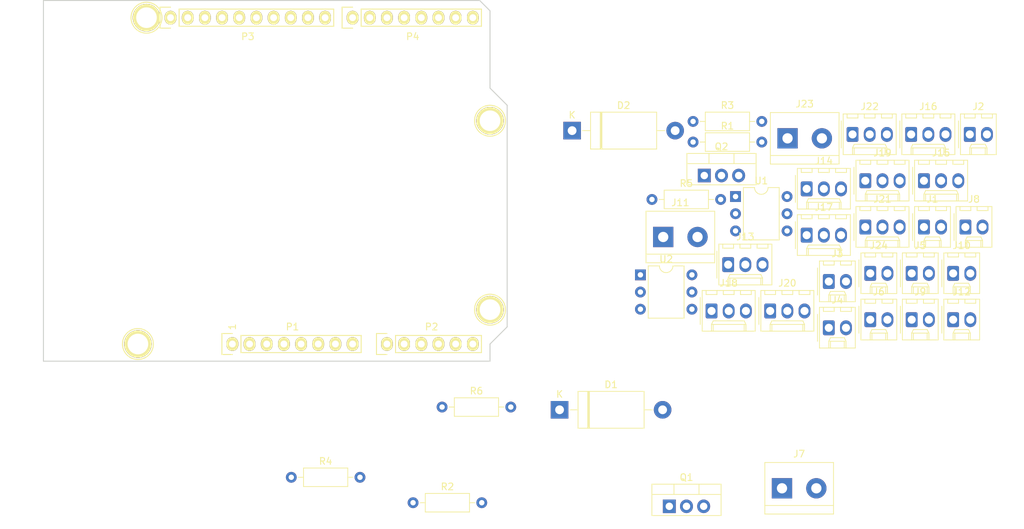
<source format=kicad_pcb>
(kicad_pcb (version 20171130) (host pcbnew 5.0.2+dfsg1-1)

  (general
    (thickness 1.6)
    (drawings 27)
    (tracks 0)
    (zones 0)
    (modules 44)
    (nets 48)
  )

  (page A4)
  (title_block
    (date "lun. 30 mars 2015")
  )

  (layers
    (0 F.Cu signal)
    (31 B.Cu signal)
    (32 B.Adhes user)
    (33 F.Adhes user)
    (34 B.Paste user)
    (35 F.Paste user)
    (36 B.SilkS user)
    (37 F.SilkS user)
    (38 B.Mask user)
    (39 F.Mask user)
    (40 Dwgs.User user)
    (41 Cmts.User user)
    (42 Eco1.User user)
    (43 Eco2.User user)
    (44 Edge.Cuts user)
    (45 Margin user)
    (46 B.CrtYd user)
    (47 F.CrtYd user)
    (48 B.Fab user)
    (49 F.Fab user)
  )

  (setup
    (last_trace_width 0.25)
    (trace_clearance 0.2)
    (zone_clearance 0.508)
    (zone_45_only no)
    (trace_min 0.2)
    (segment_width 0.15)
    (edge_width 0.15)
    (via_size 0.6)
    (via_drill 0.4)
    (via_min_size 0.4)
    (via_min_drill 0.3)
    (uvia_size 0.3)
    (uvia_drill 0.1)
    (uvias_allowed no)
    (uvia_min_size 0.2)
    (uvia_min_drill 0.1)
    (pcb_text_width 0.3)
    (pcb_text_size 1.5 1.5)
    (mod_edge_width 0.15)
    (mod_text_size 1 1)
    (mod_text_width 0.15)
    (pad_size 4.064 4.064)
    (pad_drill 3.048)
    (pad_to_mask_clearance 0)
    (solder_mask_min_width 0.25)
    (aux_axis_origin 110.998 126.365)
    (grid_origin 110.998 126.365)
    (visible_elements FFFFFF7F)
    (pcbplotparams
      (layerselection 0x00030_80000001)
      (usegerberextensions false)
      (usegerberattributes false)
      (usegerberadvancedattributes false)
      (creategerberjobfile false)
      (excludeedgelayer true)
      (linewidth 0.100000)
      (plotframeref false)
      (viasonmask false)
      (mode 1)
      (useauxorigin false)
      (hpglpennumber 1)
      (hpglpenspeed 20)
      (hpglpendiameter 15.000000)
      (psnegative false)
      (psa4output false)
      (plotreference true)
      (plotvalue true)
      (plotinvisibletext false)
      (padsonsilk false)
      (subtractmaskfromsilk false)
      (outputformat 1)
      (mirror false)
      (drillshape 1)
      (scaleselection 1)
      (outputdirectory ""))
  )

  (net 0 "")
  (net 1 /IOREF)
  (net 2 +5V)
  (net 3 GND)
  (net 4 /Vin)
  (net 5 /AREF)
  (net 6 "/A4(SDA)")
  (net 7 "/A5(SCL)")
  (net 8 "/1(Tx)")
  (net 9 "/0(Rx)")
  (net 10 "Net-(P5-Pad1)")
  (net 11 "Net-(P6-Pad1)")
  (net 12 "Net-(P7-Pad1)")
  (net 13 "Net-(P8-Pad1)")
  (net 14 "Net-(P1-Pad1)")
  (net 15 +3V3)
  (net 16 +24V)
  (net 17 "Net-(D1-Pad1)")
  (net 18 "Net-(D2-Pad1)")
  (net 19 GNDPWR)
  (net 20 SpinDir)
  (net 21 SpinEnable)
  (net 22 Z-EndStop)
  (net 23 Y-EndStop)
  (net 24 X-EndStop)
  (net 25 Enable)
  (net 26 Dir-Z)
  (net 27 Dir-Y)
  (net 28 Dir-X)
  (net 29 Step-Z)
  (net 30 Step-Y)
  (net 31 Step-X)
  (net 32 E-Stop)
  (net 33 CONTROL_RESET)
  (net 34 CONTROL_SAFETY_DOOR)
  (net 35 CONTROL_CYCLE_START)
  (net 36 Coolant)
  (net 37 "Net-(Q1-Pad1)")
  (net 38 "Net-(R2-Pad1)")
  (net 39 "Net-(R5-Pad1)")
  (net 40 "Net-(Q2-Pad1)")
  (net 41 "Net-(R1-Pad1)")
  (net 42 "Net-(J4-Pad1)")
  (net 43 "Net-(R4-Pad1)")
  (net 44 "Net-(U1-Pad3)")
  (net 45 "Net-(U1-Pad6)")
  (net 46 "Net-(U2-Pad6)")
  (net 47 "Net-(U2-Pad3)")

  (net_class Default "This is the default net class."
    (clearance 0.2)
    (trace_width 0.25)
    (via_dia 0.6)
    (via_drill 0.4)
    (uvia_dia 0.3)
    (uvia_drill 0.1)
    (add_net +24V)
    (add_net +3V3)
    (add_net +5V)
    (add_net "/0(Rx)")
    (add_net "/1(Tx)")
    (add_net "/A4(SDA)")
    (add_net "/A5(SCL)")
    (add_net /AREF)
    (add_net /IOREF)
    (add_net /Vin)
    (add_net CONTROL_CYCLE_START)
    (add_net CONTROL_RESET)
    (add_net CONTROL_SAFETY_DOOR)
    (add_net Coolant)
    (add_net Dir-X)
    (add_net Dir-Y)
    (add_net Dir-Z)
    (add_net E-Stop)
    (add_net Enable)
    (add_net GND)
    (add_net GNDPWR)
    (add_net "Net-(D1-Pad1)")
    (add_net "Net-(D2-Pad1)")
    (add_net "Net-(J4-Pad1)")
    (add_net "Net-(P1-Pad1)")
    (add_net "Net-(P5-Pad1)")
    (add_net "Net-(P6-Pad1)")
    (add_net "Net-(P7-Pad1)")
    (add_net "Net-(P8-Pad1)")
    (add_net "Net-(Q1-Pad1)")
    (add_net "Net-(Q2-Pad1)")
    (add_net "Net-(R1-Pad1)")
    (add_net "Net-(R2-Pad1)")
    (add_net "Net-(R4-Pad1)")
    (add_net "Net-(R5-Pad1)")
    (add_net "Net-(U1-Pad3)")
    (add_net "Net-(U1-Pad6)")
    (add_net "Net-(U2-Pad3)")
    (add_net "Net-(U2-Pad6)")
    (add_net SpinDir)
    (add_net SpinEnable)
    (add_net Step-X)
    (add_net Step-Y)
    (add_net Step-Z)
    (add_net X-EndStop)
    (add_net Y-EndStop)
    (add_net Z-EndStop)
  )

  (module Connector_Molex:Molex_KK-254_AE-6410-02A_1x02_P2.54mm_Vertical (layer F.Cu) (tedit 5B78013E) (tstamp 5E752650)
    (at 233.269401 113.377601)
    (descr "Molex KK-254 Interconnect System, old/engineering part number: AE-6410-02A example for new part number: 22-27-2021, 2 Pins (http://www.molex.com/pdm_docs/sd/022272021_sd.pdf), generated with kicad-footprint-generator")
    (tags "connector Molex KK-254 side entry")
    (path /5E68CBFE)
    (fp_text reference J24 (at 1.27 -4.12) (layer F.SilkS)
      (effects (font (size 1 1) (thickness 0.15)))
    )
    (fp_text value Conn_01x02_Male (at 1.27 4.08) (layer F.Fab)
      (effects (font (size 1 1) (thickness 0.15)))
    )
    (fp_line (start -1.27 -2.92) (end -1.27 2.88) (layer F.Fab) (width 0.1))
    (fp_line (start -1.27 2.88) (end 3.81 2.88) (layer F.Fab) (width 0.1))
    (fp_line (start 3.81 2.88) (end 3.81 -2.92) (layer F.Fab) (width 0.1))
    (fp_line (start 3.81 -2.92) (end -1.27 -2.92) (layer F.Fab) (width 0.1))
    (fp_line (start -1.38 -3.03) (end -1.38 2.99) (layer F.SilkS) (width 0.12))
    (fp_line (start -1.38 2.99) (end 3.92 2.99) (layer F.SilkS) (width 0.12))
    (fp_line (start 3.92 2.99) (end 3.92 -3.03) (layer F.SilkS) (width 0.12))
    (fp_line (start 3.92 -3.03) (end -1.38 -3.03) (layer F.SilkS) (width 0.12))
    (fp_line (start -1.67 -2) (end -1.67 2) (layer F.SilkS) (width 0.12))
    (fp_line (start -1.27 -0.5) (end -0.562893 0) (layer F.Fab) (width 0.1))
    (fp_line (start -0.562893 0) (end -1.27 0.5) (layer F.Fab) (width 0.1))
    (fp_line (start 0 2.99) (end 0 1.99) (layer F.SilkS) (width 0.12))
    (fp_line (start 0 1.99) (end 2.54 1.99) (layer F.SilkS) (width 0.12))
    (fp_line (start 2.54 1.99) (end 2.54 2.99) (layer F.SilkS) (width 0.12))
    (fp_line (start 0 1.99) (end 0.25 1.46) (layer F.SilkS) (width 0.12))
    (fp_line (start 0.25 1.46) (end 2.29 1.46) (layer F.SilkS) (width 0.12))
    (fp_line (start 2.29 1.46) (end 2.54 1.99) (layer F.SilkS) (width 0.12))
    (fp_line (start 0.25 2.99) (end 0.25 1.99) (layer F.SilkS) (width 0.12))
    (fp_line (start 2.29 2.99) (end 2.29 1.99) (layer F.SilkS) (width 0.12))
    (fp_line (start -0.8 -3.03) (end -0.8 -2.43) (layer F.SilkS) (width 0.12))
    (fp_line (start -0.8 -2.43) (end 0.8 -2.43) (layer F.SilkS) (width 0.12))
    (fp_line (start 0.8 -2.43) (end 0.8 -3.03) (layer F.SilkS) (width 0.12))
    (fp_line (start 1.74 -3.03) (end 1.74 -2.43) (layer F.SilkS) (width 0.12))
    (fp_line (start 1.74 -2.43) (end 3.34 -2.43) (layer F.SilkS) (width 0.12))
    (fp_line (start 3.34 -2.43) (end 3.34 -3.03) (layer F.SilkS) (width 0.12))
    (fp_line (start -1.77 -3.42) (end -1.77 3.38) (layer F.CrtYd) (width 0.05))
    (fp_line (start -1.77 3.38) (end 4.31 3.38) (layer F.CrtYd) (width 0.05))
    (fp_line (start 4.31 3.38) (end 4.31 -3.42) (layer F.CrtYd) (width 0.05))
    (fp_line (start 4.31 -3.42) (end -1.77 -3.42) (layer F.CrtYd) (width 0.05))
    (fp_text user %R (at 1.27 -2.22) (layer F.Fab)
      (effects (font (size 1 1) (thickness 0.15)))
    )
    (pad 1 thru_hole roundrect (at 0 0) (size 1.74 2.2) (drill 1.2) (layers *.Cu *.Mask) (roundrect_rratio 0.143678)
      (net 34 CONTROL_SAFETY_DOOR))
    (pad 2 thru_hole oval (at 2.54 0) (size 1.74 2.2) (drill 1.2) (layers *.Cu *.Mask)
      (net 3 GND))
    (model ${KISYS3DMOD}/Connector_Molex.3dshapes/Molex_KK-254_AE-6410-02A_1x02_P2.54mm_Vertical.wrl
      (at (xyz 0 0 0))
      (scale (xyz 1 1 1))
      (rotate (xyz 0 0 0))
    )
  )

  (module Connector_Molex:Molex_KK-254_AE-6410-02A_1x02_P2.54mm_Vertical (layer F.Cu) (tedit 5B78013E) (tstamp 5E75262C)
    (at 245.529401 120.227601)
    (descr "Molex KK-254 Interconnect System, old/engineering part number: AE-6410-02A example for new part number: 22-27-2021, 2 Pins (http://www.molex.com/pdm_docs/sd/022272021_sd.pdf), generated with kicad-footprint-generator")
    (tags "connector Molex KK-254 side entry")
    (path /5E6666C3)
    (fp_text reference J12 (at 1.27 -4.12) (layer F.SilkS)
      (effects (font (size 1 1) (thickness 0.15)))
    )
    (fp_text value Conn_01x02_Male (at 1.27 4.08) (layer F.Fab)
      (effects (font (size 1 1) (thickness 0.15)))
    )
    (fp_text user %R (at 1.27 -2.22) (layer F.Fab)
      (effects (font (size 1 1) (thickness 0.15)))
    )
    (fp_line (start 4.31 -3.42) (end -1.77 -3.42) (layer F.CrtYd) (width 0.05))
    (fp_line (start 4.31 3.38) (end 4.31 -3.42) (layer F.CrtYd) (width 0.05))
    (fp_line (start -1.77 3.38) (end 4.31 3.38) (layer F.CrtYd) (width 0.05))
    (fp_line (start -1.77 -3.42) (end -1.77 3.38) (layer F.CrtYd) (width 0.05))
    (fp_line (start 3.34 -2.43) (end 3.34 -3.03) (layer F.SilkS) (width 0.12))
    (fp_line (start 1.74 -2.43) (end 3.34 -2.43) (layer F.SilkS) (width 0.12))
    (fp_line (start 1.74 -3.03) (end 1.74 -2.43) (layer F.SilkS) (width 0.12))
    (fp_line (start 0.8 -2.43) (end 0.8 -3.03) (layer F.SilkS) (width 0.12))
    (fp_line (start -0.8 -2.43) (end 0.8 -2.43) (layer F.SilkS) (width 0.12))
    (fp_line (start -0.8 -3.03) (end -0.8 -2.43) (layer F.SilkS) (width 0.12))
    (fp_line (start 2.29 2.99) (end 2.29 1.99) (layer F.SilkS) (width 0.12))
    (fp_line (start 0.25 2.99) (end 0.25 1.99) (layer F.SilkS) (width 0.12))
    (fp_line (start 2.29 1.46) (end 2.54 1.99) (layer F.SilkS) (width 0.12))
    (fp_line (start 0.25 1.46) (end 2.29 1.46) (layer F.SilkS) (width 0.12))
    (fp_line (start 0 1.99) (end 0.25 1.46) (layer F.SilkS) (width 0.12))
    (fp_line (start 2.54 1.99) (end 2.54 2.99) (layer F.SilkS) (width 0.12))
    (fp_line (start 0 1.99) (end 2.54 1.99) (layer F.SilkS) (width 0.12))
    (fp_line (start 0 2.99) (end 0 1.99) (layer F.SilkS) (width 0.12))
    (fp_line (start -0.562893 0) (end -1.27 0.5) (layer F.Fab) (width 0.1))
    (fp_line (start -1.27 -0.5) (end -0.562893 0) (layer F.Fab) (width 0.1))
    (fp_line (start -1.67 -2) (end -1.67 2) (layer F.SilkS) (width 0.12))
    (fp_line (start 3.92 -3.03) (end -1.38 -3.03) (layer F.SilkS) (width 0.12))
    (fp_line (start 3.92 2.99) (end 3.92 -3.03) (layer F.SilkS) (width 0.12))
    (fp_line (start -1.38 2.99) (end 3.92 2.99) (layer F.SilkS) (width 0.12))
    (fp_line (start -1.38 -3.03) (end -1.38 2.99) (layer F.SilkS) (width 0.12))
    (fp_line (start 3.81 -2.92) (end -1.27 -2.92) (layer F.Fab) (width 0.1))
    (fp_line (start 3.81 2.88) (end 3.81 -2.92) (layer F.Fab) (width 0.1))
    (fp_line (start -1.27 2.88) (end 3.81 2.88) (layer F.Fab) (width 0.1))
    (fp_line (start -1.27 -2.92) (end -1.27 2.88) (layer F.Fab) (width 0.1))
    (pad 2 thru_hole oval (at 2.54 0) (size 1.74 2.2) (drill 1.2) (layers *.Cu *.Mask)
      (net 3 GND))
    (pad 1 thru_hole roundrect (at 0 0) (size 1.74 2.2) (drill 1.2) (layers *.Cu *.Mask) (roundrect_rratio 0.143678)
      (net 33 CONTROL_RESET))
    (model ${KISYS3DMOD}/Connector_Molex.3dshapes/Molex_KK-254_AE-6410-02A_1x02_P2.54mm_Vertical.wrl
      (at (xyz 0 0 0))
      (scale (xyz 1 1 1))
      (rotate (xyz 0 0 0))
    )
  )

  (module Connector_Molex:Molex_KK-254_AE-6410-02A_1x02_P2.54mm_Vertical (layer F.Cu) (tedit 5B78013E) (tstamp 5E752608)
    (at 245.529401 113.377601)
    (descr "Molex KK-254 Interconnect System, old/engineering part number: AE-6410-02A example for new part number: 22-27-2021, 2 Pins (http://www.molex.com/pdm_docs/sd/022272021_sd.pdf), generated with kicad-footprint-generator")
    (tags "connector Molex KK-254 side entry")
    (path /5E577CFF)
    (fp_text reference J10 (at 1.27 -4.12) (layer F.SilkS)
      (effects (font (size 1 1) (thickness 0.15)))
    )
    (fp_text value Conn_01x02_Male (at 1.27 4.08) (layer F.Fab)
      (effects (font (size 1 1) (thickness 0.15)))
    )
    (fp_line (start -1.27 -2.92) (end -1.27 2.88) (layer F.Fab) (width 0.1))
    (fp_line (start -1.27 2.88) (end 3.81 2.88) (layer F.Fab) (width 0.1))
    (fp_line (start 3.81 2.88) (end 3.81 -2.92) (layer F.Fab) (width 0.1))
    (fp_line (start 3.81 -2.92) (end -1.27 -2.92) (layer F.Fab) (width 0.1))
    (fp_line (start -1.38 -3.03) (end -1.38 2.99) (layer F.SilkS) (width 0.12))
    (fp_line (start -1.38 2.99) (end 3.92 2.99) (layer F.SilkS) (width 0.12))
    (fp_line (start 3.92 2.99) (end 3.92 -3.03) (layer F.SilkS) (width 0.12))
    (fp_line (start 3.92 -3.03) (end -1.38 -3.03) (layer F.SilkS) (width 0.12))
    (fp_line (start -1.67 -2) (end -1.67 2) (layer F.SilkS) (width 0.12))
    (fp_line (start -1.27 -0.5) (end -0.562893 0) (layer F.Fab) (width 0.1))
    (fp_line (start -0.562893 0) (end -1.27 0.5) (layer F.Fab) (width 0.1))
    (fp_line (start 0 2.99) (end 0 1.99) (layer F.SilkS) (width 0.12))
    (fp_line (start 0 1.99) (end 2.54 1.99) (layer F.SilkS) (width 0.12))
    (fp_line (start 2.54 1.99) (end 2.54 2.99) (layer F.SilkS) (width 0.12))
    (fp_line (start 0 1.99) (end 0.25 1.46) (layer F.SilkS) (width 0.12))
    (fp_line (start 0.25 1.46) (end 2.29 1.46) (layer F.SilkS) (width 0.12))
    (fp_line (start 2.29 1.46) (end 2.54 1.99) (layer F.SilkS) (width 0.12))
    (fp_line (start 0.25 2.99) (end 0.25 1.99) (layer F.SilkS) (width 0.12))
    (fp_line (start 2.29 2.99) (end 2.29 1.99) (layer F.SilkS) (width 0.12))
    (fp_line (start -0.8 -3.03) (end -0.8 -2.43) (layer F.SilkS) (width 0.12))
    (fp_line (start -0.8 -2.43) (end 0.8 -2.43) (layer F.SilkS) (width 0.12))
    (fp_line (start 0.8 -2.43) (end 0.8 -3.03) (layer F.SilkS) (width 0.12))
    (fp_line (start 1.74 -3.03) (end 1.74 -2.43) (layer F.SilkS) (width 0.12))
    (fp_line (start 1.74 -2.43) (end 3.34 -2.43) (layer F.SilkS) (width 0.12))
    (fp_line (start 3.34 -2.43) (end 3.34 -3.03) (layer F.SilkS) (width 0.12))
    (fp_line (start -1.77 -3.42) (end -1.77 3.38) (layer F.CrtYd) (width 0.05))
    (fp_line (start -1.77 3.38) (end 4.31 3.38) (layer F.CrtYd) (width 0.05))
    (fp_line (start 4.31 3.38) (end 4.31 -3.42) (layer F.CrtYd) (width 0.05))
    (fp_line (start 4.31 -3.42) (end -1.77 -3.42) (layer F.CrtYd) (width 0.05))
    (fp_text user %R (at 1.27 -2.22) (layer F.Fab)
      (effects (font (size 1 1) (thickness 0.15)))
    )
    (pad 1 thru_hole roundrect (at 0 0) (size 1.74 2.2) (drill 1.2) (layers *.Cu *.Mask) (roundrect_rratio 0.143678)
      (net 22 Z-EndStop))
    (pad 2 thru_hole oval (at 2.54 0) (size 1.74 2.2) (drill 1.2) (layers *.Cu *.Mask)
      (net 3 GND))
    (model ${KISYS3DMOD}/Connector_Molex.3dshapes/Molex_KK-254_AE-6410-02A_1x02_P2.54mm_Vertical.wrl
      (at (xyz 0 0 0))
      (scale (xyz 1 1 1))
      (rotate (xyz 0 0 0))
    )
  )

  (module Connector_Molex:Molex_KK-254_AE-6410-02A_1x02_P2.54mm_Vertical (layer F.Cu) (tedit 5B78013E) (tstamp 5E7525E4)
    (at 239.399401 120.227601)
    (descr "Molex KK-254 Interconnect System, old/engineering part number: AE-6410-02A example for new part number: 22-27-2021, 2 Pins (http://www.molex.com/pdm_docs/sd/022272021_sd.pdf), generated with kicad-footprint-generator")
    (tags "connector Molex KK-254 side entry")
    (path /5E575C88)
    (fp_text reference J9 (at 1.27 -4.12) (layer F.SilkS)
      (effects (font (size 1 1) (thickness 0.15)))
    )
    (fp_text value Conn_01x02_Male (at 1.27 4.08) (layer F.Fab)
      (effects (font (size 1 1) (thickness 0.15)))
    )
    (fp_text user %R (at 1.27 -2.22) (layer F.Fab)
      (effects (font (size 1 1) (thickness 0.15)))
    )
    (fp_line (start 4.31 -3.42) (end -1.77 -3.42) (layer F.CrtYd) (width 0.05))
    (fp_line (start 4.31 3.38) (end 4.31 -3.42) (layer F.CrtYd) (width 0.05))
    (fp_line (start -1.77 3.38) (end 4.31 3.38) (layer F.CrtYd) (width 0.05))
    (fp_line (start -1.77 -3.42) (end -1.77 3.38) (layer F.CrtYd) (width 0.05))
    (fp_line (start 3.34 -2.43) (end 3.34 -3.03) (layer F.SilkS) (width 0.12))
    (fp_line (start 1.74 -2.43) (end 3.34 -2.43) (layer F.SilkS) (width 0.12))
    (fp_line (start 1.74 -3.03) (end 1.74 -2.43) (layer F.SilkS) (width 0.12))
    (fp_line (start 0.8 -2.43) (end 0.8 -3.03) (layer F.SilkS) (width 0.12))
    (fp_line (start -0.8 -2.43) (end 0.8 -2.43) (layer F.SilkS) (width 0.12))
    (fp_line (start -0.8 -3.03) (end -0.8 -2.43) (layer F.SilkS) (width 0.12))
    (fp_line (start 2.29 2.99) (end 2.29 1.99) (layer F.SilkS) (width 0.12))
    (fp_line (start 0.25 2.99) (end 0.25 1.99) (layer F.SilkS) (width 0.12))
    (fp_line (start 2.29 1.46) (end 2.54 1.99) (layer F.SilkS) (width 0.12))
    (fp_line (start 0.25 1.46) (end 2.29 1.46) (layer F.SilkS) (width 0.12))
    (fp_line (start 0 1.99) (end 0.25 1.46) (layer F.SilkS) (width 0.12))
    (fp_line (start 2.54 1.99) (end 2.54 2.99) (layer F.SilkS) (width 0.12))
    (fp_line (start 0 1.99) (end 2.54 1.99) (layer F.SilkS) (width 0.12))
    (fp_line (start 0 2.99) (end 0 1.99) (layer F.SilkS) (width 0.12))
    (fp_line (start -0.562893 0) (end -1.27 0.5) (layer F.Fab) (width 0.1))
    (fp_line (start -1.27 -0.5) (end -0.562893 0) (layer F.Fab) (width 0.1))
    (fp_line (start -1.67 -2) (end -1.67 2) (layer F.SilkS) (width 0.12))
    (fp_line (start 3.92 -3.03) (end -1.38 -3.03) (layer F.SilkS) (width 0.12))
    (fp_line (start 3.92 2.99) (end 3.92 -3.03) (layer F.SilkS) (width 0.12))
    (fp_line (start -1.38 2.99) (end 3.92 2.99) (layer F.SilkS) (width 0.12))
    (fp_line (start -1.38 -3.03) (end -1.38 2.99) (layer F.SilkS) (width 0.12))
    (fp_line (start 3.81 -2.92) (end -1.27 -2.92) (layer F.Fab) (width 0.1))
    (fp_line (start 3.81 2.88) (end 3.81 -2.92) (layer F.Fab) (width 0.1))
    (fp_line (start -1.27 2.88) (end 3.81 2.88) (layer F.Fab) (width 0.1))
    (fp_line (start -1.27 -2.92) (end -1.27 2.88) (layer F.Fab) (width 0.1))
    (pad 2 thru_hole oval (at 2.54 0) (size 1.74 2.2) (drill 1.2) (layers *.Cu *.Mask)
      (net 3 GND))
    (pad 1 thru_hole roundrect (at 0 0) (size 1.74 2.2) (drill 1.2) (layers *.Cu *.Mask) (roundrect_rratio 0.143678)
      (net 23 Y-EndStop))
    (model ${KISYS3DMOD}/Connector_Molex.3dshapes/Molex_KK-254_AE-6410-02A_1x02_P2.54mm_Vertical.wrl
      (at (xyz 0 0 0))
      (scale (xyz 1 1 1))
      (rotate (xyz 0 0 0))
    )
  )

  (module Connector_Molex:Molex_KK-254_AE-6410-02A_1x02_P2.54mm_Vertical (layer F.Cu) (tedit 5B78013E) (tstamp 5E7525C0)
    (at 247.339401 106.527601)
    (descr "Molex KK-254 Interconnect System, old/engineering part number: AE-6410-02A example for new part number: 22-27-2021, 2 Pins (http://www.molex.com/pdm_docs/sd/022272021_sd.pdf), generated with kicad-footprint-generator")
    (tags "connector Molex KK-254 side entry")
    (path /5E56E963)
    (fp_text reference J8 (at 1.27 -4.12) (layer F.SilkS)
      (effects (font (size 1 1) (thickness 0.15)))
    )
    (fp_text value Conn_01x02_Male (at 1.27 4.08) (layer F.Fab)
      (effects (font (size 1 1) (thickness 0.15)))
    )
    (fp_line (start -1.27 -2.92) (end -1.27 2.88) (layer F.Fab) (width 0.1))
    (fp_line (start -1.27 2.88) (end 3.81 2.88) (layer F.Fab) (width 0.1))
    (fp_line (start 3.81 2.88) (end 3.81 -2.92) (layer F.Fab) (width 0.1))
    (fp_line (start 3.81 -2.92) (end -1.27 -2.92) (layer F.Fab) (width 0.1))
    (fp_line (start -1.38 -3.03) (end -1.38 2.99) (layer F.SilkS) (width 0.12))
    (fp_line (start -1.38 2.99) (end 3.92 2.99) (layer F.SilkS) (width 0.12))
    (fp_line (start 3.92 2.99) (end 3.92 -3.03) (layer F.SilkS) (width 0.12))
    (fp_line (start 3.92 -3.03) (end -1.38 -3.03) (layer F.SilkS) (width 0.12))
    (fp_line (start -1.67 -2) (end -1.67 2) (layer F.SilkS) (width 0.12))
    (fp_line (start -1.27 -0.5) (end -0.562893 0) (layer F.Fab) (width 0.1))
    (fp_line (start -0.562893 0) (end -1.27 0.5) (layer F.Fab) (width 0.1))
    (fp_line (start 0 2.99) (end 0 1.99) (layer F.SilkS) (width 0.12))
    (fp_line (start 0 1.99) (end 2.54 1.99) (layer F.SilkS) (width 0.12))
    (fp_line (start 2.54 1.99) (end 2.54 2.99) (layer F.SilkS) (width 0.12))
    (fp_line (start 0 1.99) (end 0.25 1.46) (layer F.SilkS) (width 0.12))
    (fp_line (start 0.25 1.46) (end 2.29 1.46) (layer F.SilkS) (width 0.12))
    (fp_line (start 2.29 1.46) (end 2.54 1.99) (layer F.SilkS) (width 0.12))
    (fp_line (start 0.25 2.99) (end 0.25 1.99) (layer F.SilkS) (width 0.12))
    (fp_line (start 2.29 2.99) (end 2.29 1.99) (layer F.SilkS) (width 0.12))
    (fp_line (start -0.8 -3.03) (end -0.8 -2.43) (layer F.SilkS) (width 0.12))
    (fp_line (start -0.8 -2.43) (end 0.8 -2.43) (layer F.SilkS) (width 0.12))
    (fp_line (start 0.8 -2.43) (end 0.8 -3.03) (layer F.SilkS) (width 0.12))
    (fp_line (start 1.74 -3.03) (end 1.74 -2.43) (layer F.SilkS) (width 0.12))
    (fp_line (start 1.74 -2.43) (end 3.34 -2.43) (layer F.SilkS) (width 0.12))
    (fp_line (start 3.34 -2.43) (end 3.34 -3.03) (layer F.SilkS) (width 0.12))
    (fp_line (start -1.77 -3.42) (end -1.77 3.38) (layer F.CrtYd) (width 0.05))
    (fp_line (start -1.77 3.38) (end 4.31 3.38) (layer F.CrtYd) (width 0.05))
    (fp_line (start 4.31 3.38) (end 4.31 -3.42) (layer F.CrtYd) (width 0.05))
    (fp_line (start 4.31 -3.42) (end -1.77 -3.42) (layer F.CrtYd) (width 0.05))
    (fp_text user %R (at 1.27 -2.22) (layer F.Fab)
      (effects (font (size 1 1) (thickness 0.15)))
    )
    (pad 1 thru_hole roundrect (at 0 0) (size 1.74 2.2) (drill 1.2) (layers *.Cu *.Mask) (roundrect_rratio 0.143678)
      (net 24 X-EndStop))
    (pad 2 thru_hole oval (at 2.54 0) (size 1.74 2.2) (drill 1.2) (layers *.Cu *.Mask)
      (net 3 GND))
    (model ${KISYS3DMOD}/Connector_Molex.3dshapes/Molex_KK-254_AE-6410-02A_1x02_P2.54mm_Vertical.wrl
      (at (xyz 0 0 0))
      (scale (xyz 1 1 1))
      (rotate (xyz 0 0 0))
    )
  )

  (module Connector_Molex:Molex_KK-254_AE-6410-02A_1x02_P2.54mm_Vertical (layer F.Cu) (tedit 5B78013E) (tstamp 5E75259C)
    (at 233.269401 120.227601)
    (descr "Molex KK-254 Interconnect System, old/engineering part number: AE-6410-02A example for new part number: 22-27-2021, 2 Pins (http://www.molex.com/pdm_docs/sd/022272021_sd.pdf), generated with kicad-footprint-generator")
    (tags "connector Molex KK-254 side entry")
    (path /5E5CB7A8)
    (fp_text reference J6 (at 1.27 -4.12) (layer F.SilkS)
      (effects (font (size 1 1) (thickness 0.15)))
    )
    (fp_text value Conn_01x02_Male (at 1.27 4.08) (layer F.Fab)
      (effects (font (size 1 1) (thickness 0.15)))
    )
    (fp_text user %R (at 1.27 -2.22) (layer F.Fab)
      (effects (font (size 1 1) (thickness 0.15)))
    )
    (fp_line (start 4.31 -3.42) (end -1.77 -3.42) (layer F.CrtYd) (width 0.05))
    (fp_line (start 4.31 3.38) (end 4.31 -3.42) (layer F.CrtYd) (width 0.05))
    (fp_line (start -1.77 3.38) (end 4.31 3.38) (layer F.CrtYd) (width 0.05))
    (fp_line (start -1.77 -3.42) (end -1.77 3.38) (layer F.CrtYd) (width 0.05))
    (fp_line (start 3.34 -2.43) (end 3.34 -3.03) (layer F.SilkS) (width 0.12))
    (fp_line (start 1.74 -2.43) (end 3.34 -2.43) (layer F.SilkS) (width 0.12))
    (fp_line (start 1.74 -3.03) (end 1.74 -2.43) (layer F.SilkS) (width 0.12))
    (fp_line (start 0.8 -2.43) (end 0.8 -3.03) (layer F.SilkS) (width 0.12))
    (fp_line (start -0.8 -2.43) (end 0.8 -2.43) (layer F.SilkS) (width 0.12))
    (fp_line (start -0.8 -3.03) (end -0.8 -2.43) (layer F.SilkS) (width 0.12))
    (fp_line (start 2.29 2.99) (end 2.29 1.99) (layer F.SilkS) (width 0.12))
    (fp_line (start 0.25 2.99) (end 0.25 1.99) (layer F.SilkS) (width 0.12))
    (fp_line (start 2.29 1.46) (end 2.54 1.99) (layer F.SilkS) (width 0.12))
    (fp_line (start 0.25 1.46) (end 2.29 1.46) (layer F.SilkS) (width 0.12))
    (fp_line (start 0 1.99) (end 0.25 1.46) (layer F.SilkS) (width 0.12))
    (fp_line (start 2.54 1.99) (end 2.54 2.99) (layer F.SilkS) (width 0.12))
    (fp_line (start 0 1.99) (end 2.54 1.99) (layer F.SilkS) (width 0.12))
    (fp_line (start 0 2.99) (end 0 1.99) (layer F.SilkS) (width 0.12))
    (fp_line (start -0.562893 0) (end -1.27 0.5) (layer F.Fab) (width 0.1))
    (fp_line (start -1.27 -0.5) (end -0.562893 0) (layer F.Fab) (width 0.1))
    (fp_line (start -1.67 -2) (end -1.67 2) (layer F.SilkS) (width 0.12))
    (fp_line (start 3.92 -3.03) (end -1.38 -3.03) (layer F.SilkS) (width 0.12))
    (fp_line (start 3.92 2.99) (end 3.92 -3.03) (layer F.SilkS) (width 0.12))
    (fp_line (start -1.38 2.99) (end 3.92 2.99) (layer F.SilkS) (width 0.12))
    (fp_line (start -1.38 -3.03) (end -1.38 2.99) (layer F.SilkS) (width 0.12))
    (fp_line (start 3.81 -2.92) (end -1.27 -2.92) (layer F.Fab) (width 0.1))
    (fp_line (start 3.81 2.88) (end 3.81 -2.92) (layer F.Fab) (width 0.1))
    (fp_line (start -1.27 2.88) (end 3.81 2.88) (layer F.Fab) (width 0.1))
    (fp_line (start -1.27 -2.92) (end -1.27 2.88) (layer F.Fab) (width 0.1))
    (pad 2 thru_hole oval (at 2.54 0) (size 1.74 2.2) (drill 1.2) (layers *.Cu *.Mask)
      (net 3 GND))
    (pad 1 thru_hole roundrect (at 0 0) (size 1.74 2.2) (drill 1.2) (layers *.Cu *.Mask) (roundrect_rratio 0.143678)
      (net 20 SpinDir))
    (model ${KISYS3DMOD}/Connector_Molex.3dshapes/Molex_KK-254_AE-6410-02A_1x02_P2.54mm_Vertical.wrl
      (at (xyz 0 0 0))
      (scale (xyz 1 1 1))
      (rotate (xyz 0 0 0))
    )
  )

  (module Connector_Molex:Molex_KK-254_AE-6410-02A_1x02_P2.54mm_Vertical (layer F.Cu) (tedit 5B78013E) (tstamp 5E752578)
    (at 239.399401 113.377601)
    (descr "Molex KK-254 Interconnect System, old/engineering part number: AE-6410-02A example for new part number: 22-27-2021, 2 Pins (http://www.molex.com/pdm_docs/sd/022272021_sd.pdf), generated with kicad-footprint-generator")
    (tags "connector Molex KK-254 side entry")
    (path /5E5BA651)
    (fp_text reference J5 (at 1.27 -4.12) (layer F.SilkS)
      (effects (font (size 1 1) (thickness 0.15)))
    )
    (fp_text value Conn_01x02_Male (at 1.27 4.08) (layer F.Fab)
      (effects (font (size 1 1) (thickness 0.15)))
    )
    (fp_line (start -1.27 -2.92) (end -1.27 2.88) (layer F.Fab) (width 0.1))
    (fp_line (start -1.27 2.88) (end 3.81 2.88) (layer F.Fab) (width 0.1))
    (fp_line (start 3.81 2.88) (end 3.81 -2.92) (layer F.Fab) (width 0.1))
    (fp_line (start 3.81 -2.92) (end -1.27 -2.92) (layer F.Fab) (width 0.1))
    (fp_line (start -1.38 -3.03) (end -1.38 2.99) (layer F.SilkS) (width 0.12))
    (fp_line (start -1.38 2.99) (end 3.92 2.99) (layer F.SilkS) (width 0.12))
    (fp_line (start 3.92 2.99) (end 3.92 -3.03) (layer F.SilkS) (width 0.12))
    (fp_line (start 3.92 -3.03) (end -1.38 -3.03) (layer F.SilkS) (width 0.12))
    (fp_line (start -1.67 -2) (end -1.67 2) (layer F.SilkS) (width 0.12))
    (fp_line (start -1.27 -0.5) (end -0.562893 0) (layer F.Fab) (width 0.1))
    (fp_line (start -0.562893 0) (end -1.27 0.5) (layer F.Fab) (width 0.1))
    (fp_line (start 0 2.99) (end 0 1.99) (layer F.SilkS) (width 0.12))
    (fp_line (start 0 1.99) (end 2.54 1.99) (layer F.SilkS) (width 0.12))
    (fp_line (start 2.54 1.99) (end 2.54 2.99) (layer F.SilkS) (width 0.12))
    (fp_line (start 0 1.99) (end 0.25 1.46) (layer F.SilkS) (width 0.12))
    (fp_line (start 0.25 1.46) (end 2.29 1.46) (layer F.SilkS) (width 0.12))
    (fp_line (start 2.29 1.46) (end 2.54 1.99) (layer F.SilkS) (width 0.12))
    (fp_line (start 0.25 2.99) (end 0.25 1.99) (layer F.SilkS) (width 0.12))
    (fp_line (start 2.29 2.99) (end 2.29 1.99) (layer F.SilkS) (width 0.12))
    (fp_line (start -0.8 -3.03) (end -0.8 -2.43) (layer F.SilkS) (width 0.12))
    (fp_line (start -0.8 -2.43) (end 0.8 -2.43) (layer F.SilkS) (width 0.12))
    (fp_line (start 0.8 -2.43) (end 0.8 -3.03) (layer F.SilkS) (width 0.12))
    (fp_line (start 1.74 -3.03) (end 1.74 -2.43) (layer F.SilkS) (width 0.12))
    (fp_line (start 1.74 -2.43) (end 3.34 -2.43) (layer F.SilkS) (width 0.12))
    (fp_line (start 3.34 -2.43) (end 3.34 -3.03) (layer F.SilkS) (width 0.12))
    (fp_line (start -1.77 -3.42) (end -1.77 3.38) (layer F.CrtYd) (width 0.05))
    (fp_line (start -1.77 3.38) (end 4.31 3.38) (layer F.CrtYd) (width 0.05))
    (fp_line (start 4.31 3.38) (end 4.31 -3.42) (layer F.CrtYd) (width 0.05))
    (fp_line (start 4.31 -3.42) (end -1.77 -3.42) (layer F.CrtYd) (width 0.05))
    (fp_text user %R (at 1.27 -2.22) (layer F.Fab)
      (effects (font (size 1 1) (thickness 0.15)))
    )
    (pad 1 thru_hole roundrect (at 0 0) (size 1.74 2.2) (drill 1.2) (layers *.Cu *.Mask) (roundrect_rratio 0.143678)
      (net 32 E-Stop))
    (pad 2 thru_hole oval (at 2.54 0) (size 1.74 2.2) (drill 1.2) (layers *.Cu *.Mask)
      (net 3 GND))
    (model ${KISYS3DMOD}/Connector_Molex.3dshapes/Molex_KK-254_AE-6410-02A_1x02_P2.54mm_Vertical.wrl
      (at (xyz 0 0 0))
      (scale (xyz 1 1 1))
      (rotate (xyz 0 0 0))
    )
  )

  (module Connector_Molex:Molex_KK-254_AE-6410-02A_1x02_P2.54mm_Vertical (layer F.Cu) (tedit 5B78013E) (tstamp 5E752554)
    (at 227.139401 121.427601)
    (descr "Molex KK-254 Interconnect System, old/engineering part number: AE-6410-02A example for new part number: 22-27-2021, 2 Pins (http://www.molex.com/pdm_docs/sd/022272021_sd.pdf), generated with kicad-footprint-generator")
    (tags "connector Molex KK-254 side entry")
    (path /5E5A57EE)
    (fp_text reference J4 (at 1.27 -4.12) (layer F.SilkS)
      (effects (font (size 1 1) (thickness 0.15)))
    )
    (fp_text value Conn_01x02_Male (at 1.27 4.08) (layer F.Fab)
      (effects (font (size 1 1) (thickness 0.15)))
    )
    (fp_text user %R (at 1.27 -2.22) (layer F.Fab)
      (effects (font (size 1 1) (thickness 0.15)))
    )
    (fp_line (start 4.31 -3.42) (end -1.77 -3.42) (layer F.CrtYd) (width 0.05))
    (fp_line (start 4.31 3.38) (end 4.31 -3.42) (layer F.CrtYd) (width 0.05))
    (fp_line (start -1.77 3.38) (end 4.31 3.38) (layer F.CrtYd) (width 0.05))
    (fp_line (start -1.77 -3.42) (end -1.77 3.38) (layer F.CrtYd) (width 0.05))
    (fp_line (start 3.34 -2.43) (end 3.34 -3.03) (layer F.SilkS) (width 0.12))
    (fp_line (start 1.74 -2.43) (end 3.34 -2.43) (layer F.SilkS) (width 0.12))
    (fp_line (start 1.74 -3.03) (end 1.74 -2.43) (layer F.SilkS) (width 0.12))
    (fp_line (start 0.8 -2.43) (end 0.8 -3.03) (layer F.SilkS) (width 0.12))
    (fp_line (start -0.8 -2.43) (end 0.8 -2.43) (layer F.SilkS) (width 0.12))
    (fp_line (start -0.8 -3.03) (end -0.8 -2.43) (layer F.SilkS) (width 0.12))
    (fp_line (start 2.29 2.99) (end 2.29 1.99) (layer F.SilkS) (width 0.12))
    (fp_line (start 0.25 2.99) (end 0.25 1.99) (layer F.SilkS) (width 0.12))
    (fp_line (start 2.29 1.46) (end 2.54 1.99) (layer F.SilkS) (width 0.12))
    (fp_line (start 0.25 1.46) (end 2.29 1.46) (layer F.SilkS) (width 0.12))
    (fp_line (start 0 1.99) (end 0.25 1.46) (layer F.SilkS) (width 0.12))
    (fp_line (start 2.54 1.99) (end 2.54 2.99) (layer F.SilkS) (width 0.12))
    (fp_line (start 0 1.99) (end 2.54 1.99) (layer F.SilkS) (width 0.12))
    (fp_line (start 0 2.99) (end 0 1.99) (layer F.SilkS) (width 0.12))
    (fp_line (start -0.562893 0) (end -1.27 0.5) (layer F.Fab) (width 0.1))
    (fp_line (start -1.27 -0.5) (end -0.562893 0) (layer F.Fab) (width 0.1))
    (fp_line (start -1.67 -2) (end -1.67 2) (layer F.SilkS) (width 0.12))
    (fp_line (start 3.92 -3.03) (end -1.38 -3.03) (layer F.SilkS) (width 0.12))
    (fp_line (start 3.92 2.99) (end 3.92 -3.03) (layer F.SilkS) (width 0.12))
    (fp_line (start -1.38 2.99) (end 3.92 2.99) (layer F.SilkS) (width 0.12))
    (fp_line (start -1.38 -3.03) (end -1.38 2.99) (layer F.SilkS) (width 0.12))
    (fp_line (start 3.81 -2.92) (end -1.27 -2.92) (layer F.Fab) (width 0.1))
    (fp_line (start 3.81 2.88) (end 3.81 -2.92) (layer F.Fab) (width 0.1))
    (fp_line (start -1.27 2.88) (end 3.81 2.88) (layer F.Fab) (width 0.1))
    (fp_line (start -1.27 -2.92) (end -1.27 2.88) (layer F.Fab) (width 0.1))
    (pad 2 thru_hole oval (at 2.54 0) (size 1.74 2.2) (drill 1.2) (layers *.Cu *.Mask)
      (net 21 SpinEnable))
    (pad 1 thru_hole roundrect (at 0 0) (size 1.74 2.2) (drill 1.2) (layers *.Cu *.Mask) (roundrect_rratio 0.143678)
      (net 42 "Net-(J4-Pad1)"))
    (model ${KISYS3DMOD}/Connector_Molex.3dshapes/Molex_KK-254_AE-6410-02A_1x02_P2.54mm_Vertical.wrl
      (at (xyz 0 0 0))
      (scale (xyz 1 1 1))
      (rotate (xyz 0 0 0))
    )
  )

  (module Connector_Molex:Molex_KK-254_AE-6410-02A_1x02_P2.54mm_Vertical (layer F.Cu) (tedit 5B78013E) (tstamp 5E752530)
    (at 227.139401 114.577601)
    (descr "Molex KK-254 Interconnect System, old/engineering part number: AE-6410-02A example for new part number: 22-27-2021, 2 Pins (http://www.molex.com/pdm_docs/sd/022272021_sd.pdf), generated with kicad-footprint-generator")
    (tags "connector Molex KK-254 side entry")
    (path /5E576BC5)
    (fp_text reference J3 (at 1.27 -4.12) (layer F.SilkS)
      (effects (font (size 1 1) (thickness 0.15)))
    )
    (fp_text value Conn_01x02_Male (at 1.27 4.08) (layer F.Fab)
      (effects (font (size 1 1) (thickness 0.15)))
    )
    (fp_line (start -1.27 -2.92) (end -1.27 2.88) (layer F.Fab) (width 0.1))
    (fp_line (start -1.27 2.88) (end 3.81 2.88) (layer F.Fab) (width 0.1))
    (fp_line (start 3.81 2.88) (end 3.81 -2.92) (layer F.Fab) (width 0.1))
    (fp_line (start 3.81 -2.92) (end -1.27 -2.92) (layer F.Fab) (width 0.1))
    (fp_line (start -1.38 -3.03) (end -1.38 2.99) (layer F.SilkS) (width 0.12))
    (fp_line (start -1.38 2.99) (end 3.92 2.99) (layer F.SilkS) (width 0.12))
    (fp_line (start 3.92 2.99) (end 3.92 -3.03) (layer F.SilkS) (width 0.12))
    (fp_line (start 3.92 -3.03) (end -1.38 -3.03) (layer F.SilkS) (width 0.12))
    (fp_line (start -1.67 -2) (end -1.67 2) (layer F.SilkS) (width 0.12))
    (fp_line (start -1.27 -0.5) (end -0.562893 0) (layer F.Fab) (width 0.1))
    (fp_line (start -0.562893 0) (end -1.27 0.5) (layer F.Fab) (width 0.1))
    (fp_line (start 0 2.99) (end 0 1.99) (layer F.SilkS) (width 0.12))
    (fp_line (start 0 1.99) (end 2.54 1.99) (layer F.SilkS) (width 0.12))
    (fp_line (start 2.54 1.99) (end 2.54 2.99) (layer F.SilkS) (width 0.12))
    (fp_line (start 0 1.99) (end 0.25 1.46) (layer F.SilkS) (width 0.12))
    (fp_line (start 0.25 1.46) (end 2.29 1.46) (layer F.SilkS) (width 0.12))
    (fp_line (start 2.29 1.46) (end 2.54 1.99) (layer F.SilkS) (width 0.12))
    (fp_line (start 0.25 2.99) (end 0.25 1.99) (layer F.SilkS) (width 0.12))
    (fp_line (start 2.29 2.99) (end 2.29 1.99) (layer F.SilkS) (width 0.12))
    (fp_line (start -0.8 -3.03) (end -0.8 -2.43) (layer F.SilkS) (width 0.12))
    (fp_line (start -0.8 -2.43) (end 0.8 -2.43) (layer F.SilkS) (width 0.12))
    (fp_line (start 0.8 -2.43) (end 0.8 -3.03) (layer F.SilkS) (width 0.12))
    (fp_line (start 1.74 -3.03) (end 1.74 -2.43) (layer F.SilkS) (width 0.12))
    (fp_line (start 1.74 -2.43) (end 3.34 -2.43) (layer F.SilkS) (width 0.12))
    (fp_line (start 3.34 -2.43) (end 3.34 -3.03) (layer F.SilkS) (width 0.12))
    (fp_line (start -1.77 -3.42) (end -1.77 3.38) (layer F.CrtYd) (width 0.05))
    (fp_line (start -1.77 3.38) (end 4.31 3.38) (layer F.CrtYd) (width 0.05))
    (fp_line (start 4.31 3.38) (end 4.31 -3.42) (layer F.CrtYd) (width 0.05))
    (fp_line (start 4.31 -3.42) (end -1.77 -3.42) (layer F.CrtYd) (width 0.05))
    (fp_text user %R (at 1.27 -2.22) (layer F.Fab)
      (effects (font (size 1 1) (thickness 0.15)))
    )
    (pad 1 thru_hole roundrect (at 0 0) (size 1.74 2.2) (drill 1.2) (layers *.Cu *.Mask) (roundrect_rratio 0.143678)
      (net 22 Z-EndStop))
    (pad 2 thru_hole oval (at 2.54 0) (size 1.74 2.2) (drill 1.2) (layers *.Cu *.Mask)
      (net 3 GND))
    (model ${KISYS3DMOD}/Connector_Molex.3dshapes/Molex_KK-254_AE-6410-02A_1x02_P2.54mm_Vertical.wrl
      (at (xyz 0 0 0))
      (scale (xyz 1 1 1))
      (rotate (xyz 0 0 0))
    )
  )

  (module Connector_Molex:Molex_KK-254_AE-6410-02A_1x02_P2.54mm_Vertical (layer F.Cu) (tedit 5B78013E) (tstamp 5E75250C)
    (at 247.989401 92.827601)
    (descr "Molex KK-254 Interconnect System, old/engineering part number: AE-6410-02A example for new part number: 22-27-2021, 2 Pins (http://www.molex.com/pdm_docs/sd/022272021_sd.pdf), generated with kicad-footprint-generator")
    (tags "connector Molex KK-254 side entry")
    (path /5E574F38)
    (fp_text reference J2 (at 1.27 -4.12) (layer F.SilkS)
      (effects (font (size 1 1) (thickness 0.15)))
    )
    (fp_text value Conn_01x02_Male (at 1.27 4.08) (layer F.Fab)
      (effects (font (size 1 1) (thickness 0.15)))
    )
    (fp_text user %R (at 1.27 -2.22) (layer F.Fab)
      (effects (font (size 1 1) (thickness 0.15)))
    )
    (fp_line (start 4.31 -3.42) (end -1.77 -3.42) (layer F.CrtYd) (width 0.05))
    (fp_line (start 4.31 3.38) (end 4.31 -3.42) (layer F.CrtYd) (width 0.05))
    (fp_line (start -1.77 3.38) (end 4.31 3.38) (layer F.CrtYd) (width 0.05))
    (fp_line (start -1.77 -3.42) (end -1.77 3.38) (layer F.CrtYd) (width 0.05))
    (fp_line (start 3.34 -2.43) (end 3.34 -3.03) (layer F.SilkS) (width 0.12))
    (fp_line (start 1.74 -2.43) (end 3.34 -2.43) (layer F.SilkS) (width 0.12))
    (fp_line (start 1.74 -3.03) (end 1.74 -2.43) (layer F.SilkS) (width 0.12))
    (fp_line (start 0.8 -2.43) (end 0.8 -3.03) (layer F.SilkS) (width 0.12))
    (fp_line (start -0.8 -2.43) (end 0.8 -2.43) (layer F.SilkS) (width 0.12))
    (fp_line (start -0.8 -3.03) (end -0.8 -2.43) (layer F.SilkS) (width 0.12))
    (fp_line (start 2.29 2.99) (end 2.29 1.99) (layer F.SilkS) (width 0.12))
    (fp_line (start 0.25 2.99) (end 0.25 1.99) (layer F.SilkS) (width 0.12))
    (fp_line (start 2.29 1.46) (end 2.54 1.99) (layer F.SilkS) (width 0.12))
    (fp_line (start 0.25 1.46) (end 2.29 1.46) (layer F.SilkS) (width 0.12))
    (fp_line (start 0 1.99) (end 0.25 1.46) (layer F.SilkS) (width 0.12))
    (fp_line (start 2.54 1.99) (end 2.54 2.99) (layer F.SilkS) (width 0.12))
    (fp_line (start 0 1.99) (end 2.54 1.99) (layer F.SilkS) (width 0.12))
    (fp_line (start 0 2.99) (end 0 1.99) (layer F.SilkS) (width 0.12))
    (fp_line (start -0.562893 0) (end -1.27 0.5) (layer F.Fab) (width 0.1))
    (fp_line (start -1.27 -0.5) (end -0.562893 0) (layer F.Fab) (width 0.1))
    (fp_line (start -1.67 -2) (end -1.67 2) (layer F.SilkS) (width 0.12))
    (fp_line (start 3.92 -3.03) (end -1.38 -3.03) (layer F.SilkS) (width 0.12))
    (fp_line (start 3.92 2.99) (end 3.92 -3.03) (layer F.SilkS) (width 0.12))
    (fp_line (start -1.38 2.99) (end 3.92 2.99) (layer F.SilkS) (width 0.12))
    (fp_line (start -1.38 -3.03) (end -1.38 2.99) (layer F.SilkS) (width 0.12))
    (fp_line (start 3.81 -2.92) (end -1.27 -2.92) (layer F.Fab) (width 0.1))
    (fp_line (start 3.81 2.88) (end 3.81 -2.92) (layer F.Fab) (width 0.1))
    (fp_line (start -1.27 2.88) (end 3.81 2.88) (layer F.Fab) (width 0.1))
    (fp_line (start -1.27 -2.92) (end -1.27 2.88) (layer F.Fab) (width 0.1))
    (pad 2 thru_hole oval (at 2.54 0) (size 1.74 2.2) (drill 1.2) (layers *.Cu *.Mask)
      (net 3 GND))
    (pad 1 thru_hole roundrect (at 0 0) (size 1.74 2.2) (drill 1.2) (layers *.Cu *.Mask) (roundrect_rratio 0.143678)
      (net 23 Y-EndStop))
    (model ${KISYS3DMOD}/Connector_Molex.3dshapes/Molex_KK-254_AE-6410-02A_1x02_P2.54mm_Vertical.wrl
      (at (xyz 0 0 0))
      (scale (xyz 1 1 1))
      (rotate (xyz 0 0 0))
    )
  )

  (module Connector_Molex:Molex_KK-254_AE-6410-02A_1x02_P2.54mm_Vertical (layer F.Cu) (tedit 5B78013E) (tstamp 5E7524E8)
    (at 241.209401 106.527601)
    (descr "Molex KK-254 Interconnect System, old/engineering part number: AE-6410-02A example for new part number: 22-27-2021, 2 Pins (http://www.molex.com/pdm_docs/sd/022272021_sd.pdf), generated with kicad-footprint-generator")
    (tags "connector Molex KK-254 side entry")
    (path /5E573815)
    (fp_text reference J1 (at 1.27 -4.12) (layer F.SilkS)
      (effects (font (size 1 1) (thickness 0.15)))
    )
    (fp_text value Conn_01x02_Male (at 1.27 4.08) (layer F.Fab)
      (effects (font (size 1 1) (thickness 0.15)))
    )
    (fp_line (start -1.27 -2.92) (end -1.27 2.88) (layer F.Fab) (width 0.1))
    (fp_line (start -1.27 2.88) (end 3.81 2.88) (layer F.Fab) (width 0.1))
    (fp_line (start 3.81 2.88) (end 3.81 -2.92) (layer F.Fab) (width 0.1))
    (fp_line (start 3.81 -2.92) (end -1.27 -2.92) (layer F.Fab) (width 0.1))
    (fp_line (start -1.38 -3.03) (end -1.38 2.99) (layer F.SilkS) (width 0.12))
    (fp_line (start -1.38 2.99) (end 3.92 2.99) (layer F.SilkS) (width 0.12))
    (fp_line (start 3.92 2.99) (end 3.92 -3.03) (layer F.SilkS) (width 0.12))
    (fp_line (start 3.92 -3.03) (end -1.38 -3.03) (layer F.SilkS) (width 0.12))
    (fp_line (start -1.67 -2) (end -1.67 2) (layer F.SilkS) (width 0.12))
    (fp_line (start -1.27 -0.5) (end -0.562893 0) (layer F.Fab) (width 0.1))
    (fp_line (start -0.562893 0) (end -1.27 0.5) (layer F.Fab) (width 0.1))
    (fp_line (start 0 2.99) (end 0 1.99) (layer F.SilkS) (width 0.12))
    (fp_line (start 0 1.99) (end 2.54 1.99) (layer F.SilkS) (width 0.12))
    (fp_line (start 2.54 1.99) (end 2.54 2.99) (layer F.SilkS) (width 0.12))
    (fp_line (start 0 1.99) (end 0.25 1.46) (layer F.SilkS) (width 0.12))
    (fp_line (start 0.25 1.46) (end 2.29 1.46) (layer F.SilkS) (width 0.12))
    (fp_line (start 2.29 1.46) (end 2.54 1.99) (layer F.SilkS) (width 0.12))
    (fp_line (start 0.25 2.99) (end 0.25 1.99) (layer F.SilkS) (width 0.12))
    (fp_line (start 2.29 2.99) (end 2.29 1.99) (layer F.SilkS) (width 0.12))
    (fp_line (start -0.8 -3.03) (end -0.8 -2.43) (layer F.SilkS) (width 0.12))
    (fp_line (start -0.8 -2.43) (end 0.8 -2.43) (layer F.SilkS) (width 0.12))
    (fp_line (start 0.8 -2.43) (end 0.8 -3.03) (layer F.SilkS) (width 0.12))
    (fp_line (start 1.74 -3.03) (end 1.74 -2.43) (layer F.SilkS) (width 0.12))
    (fp_line (start 1.74 -2.43) (end 3.34 -2.43) (layer F.SilkS) (width 0.12))
    (fp_line (start 3.34 -2.43) (end 3.34 -3.03) (layer F.SilkS) (width 0.12))
    (fp_line (start -1.77 -3.42) (end -1.77 3.38) (layer F.CrtYd) (width 0.05))
    (fp_line (start -1.77 3.38) (end 4.31 3.38) (layer F.CrtYd) (width 0.05))
    (fp_line (start 4.31 3.38) (end 4.31 -3.42) (layer F.CrtYd) (width 0.05))
    (fp_line (start 4.31 -3.42) (end -1.77 -3.42) (layer F.CrtYd) (width 0.05))
    (fp_text user %R (at 1.27 -2.22) (layer F.Fab)
      (effects (font (size 1 1) (thickness 0.15)))
    )
    (pad 1 thru_hole roundrect (at 0 0) (size 1.74 2.2) (drill 1.2) (layers *.Cu *.Mask) (roundrect_rratio 0.143678)
      (net 24 X-EndStop))
    (pad 2 thru_hole oval (at 2.54 0) (size 1.74 2.2) (drill 1.2) (layers *.Cu *.Mask)
      (net 3 GND))
    (model ${KISYS3DMOD}/Connector_Molex.3dshapes/Molex_KK-254_AE-6410-02A_1x02_P2.54mm_Vertical.wrl
      (at (xyz 0 0 0))
      (scale (xyz 1 1 1))
      (rotate (xyz 0 0 0))
    )
  )

  (module Connector_Molex:Molex_KK-254_AE-6410-03A_1x03_P2.54mm_Vertical (layer F.Cu) (tedit 5B78013E) (tstamp 5E7524C4)
    (at 232.539401 106.527601)
    (descr "Molex KK-254 Interconnect System, old/engineering part number: AE-6410-03A example for new part number: 22-27-2031, 3 Pins (http://www.molex.com/pdm_docs/sd/022272021_sd.pdf), generated with kicad-footprint-generator")
    (tags "connector Molex KK-254 side entry")
    (path /5E6338A9)
    (fp_text reference J21 (at 2.54 -4.12) (layer F.SilkS)
      (effects (font (size 1 1) (thickness 0.15)))
    )
    (fp_text value Conn_01x03_Male (at 2.54 4.08) (layer F.Fab)
      (effects (font (size 1 1) (thickness 0.15)))
    )
    (fp_text user %R (at 2.54 -2.22) (layer F.Fab)
      (effects (font (size 1 1) (thickness 0.15)))
    )
    (fp_line (start 6.85 -3.42) (end -1.77 -3.42) (layer F.CrtYd) (width 0.05))
    (fp_line (start 6.85 3.38) (end 6.85 -3.42) (layer F.CrtYd) (width 0.05))
    (fp_line (start -1.77 3.38) (end 6.85 3.38) (layer F.CrtYd) (width 0.05))
    (fp_line (start -1.77 -3.42) (end -1.77 3.38) (layer F.CrtYd) (width 0.05))
    (fp_line (start 5.88 -2.43) (end 5.88 -3.03) (layer F.SilkS) (width 0.12))
    (fp_line (start 4.28 -2.43) (end 5.88 -2.43) (layer F.SilkS) (width 0.12))
    (fp_line (start 4.28 -3.03) (end 4.28 -2.43) (layer F.SilkS) (width 0.12))
    (fp_line (start 3.34 -2.43) (end 3.34 -3.03) (layer F.SilkS) (width 0.12))
    (fp_line (start 1.74 -2.43) (end 3.34 -2.43) (layer F.SilkS) (width 0.12))
    (fp_line (start 1.74 -3.03) (end 1.74 -2.43) (layer F.SilkS) (width 0.12))
    (fp_line (start 0.8 -2.43) (end 0.8 -3.03) (layer F.SilkS) (width 0.12))
    (fp_line (start -0.8 -2.43) (end 0.8 -2.43) (layer F.SilkS) (width 0.12))
    (fp_line (start -0.8 -3.03) (end -0.8 -2.43) (layer F.SilkS) (width 0.12))
    (fp_line (start 4.83 2.99) (end 4.83 1.99) (layer F.SilkS) (width 0.12))
    (fp_line (start 0.25 2.99) (end 0.25 1.99) (layer F.SilkS) (width 0.12))
    (fp_line (start 4.83 1.46) (end 5.08 1.99) (layer F.SilkS) (width 0.12))
    (fp_line (start 0.25 1.46) (end 4.83 1.46) (layer F.SilkS) (width 0.12))
    (fp_line (start 0 1.99) (end 0.25 1.46) (layer F.SilkS) (width 0.12))
    (fp_line (start 5.08 1.99) (end 5.08 2.99) (layer F.SilkS) (width 0.12))
    (fp_line (start 0 1.99) (end 5.08 1.99) (layer F.SilkS) (width 0.12))
    (fp_line (start 0 2.99) (end 0 1.99) (layer F.SilkS) (width 0.12))
    (fp_line (start -0.562893 0) (end -1.27 0.5) (layer F.Fab) (width 0.1))
    (fp_line (start -1.27 -0.5) (end -0.562893 0) (layer F.Fab) (width 0.1))
    (fp_line (start -1.67 -2) (end -1.67 2) (layer F.SilkS) (width 0.12))
    (fp_line (start 6.46 -3.03) (end -1.38 -3.03) (layer F.SilkS) (width 0.12))
    (fp_line (start 6.46 2.99) (end 6.46 -3.03) (layer F.SilkS) (width 0.12))
    (fp_line (start -1.38 2.99) (end 6.46 2.99) (layer F.SilkS) (width 0.12))
    (fp_line (start -1.38 -3.03) (end -1.38 2.99) (layer F.SilkS) (width 0.12))
    (fp_line (start 6.35 -2.92) (end -1.27 -2.92) (layer F.Fab) (width 0.1))
    (fp_line (start 6.35 2.88) (end 6.35 -2.92) (layer F.Fab) (width 0.1))
    (fp_line (start -1.27 2.88) (end 6.35 2.88) (layer F.Fab) (width 0.1))
    (fp_line (start -1.27 -2.92) (end -1.27 2.88) (layer F.Fab) (width 0.1))
    (pad 3 thru_hole oval (at 5.08 0) (size 1.74 2.2) (drill 1.2) (layers *.Cu *.Mask)
      (net 3 GND))
    (pad 2 thru_hole oval (at 2.54 0) (size 1.74 2.2) (drill 1.2) (layers *.Cu *.Mask)
      (net 26 Dir-Z))
    (pad 1 thru_hole roundrect (at 0 0) (size 1.74 2.2) (drill 1.2) (layers *.Cu *.Mask) (roundrect_rratio 0.143678)
      (net 2 +5V))
    (model ${KISYS3DMOD}/Connector_Molex.3dshapes/Molex_KK-254_AE-6410-03A_1x03_P2.54mm_Vertical.wrl
      (at (xyz 0 0 0))
      (scale (xyz 1 1 1))
      (rotate (xyz 0 0 0))
    )
  )

  (module Connector_Molex:Molex_KK-254_AE-6410-03A_1x03_P2.54mm_Vertical (layer F.Cu) (tedit 5B78013E) (tstamp 5E75249C)
    (at 218.469401 118.937601)
    (descr "Molex KK-254 Interconnect System, old/engineering part number: AE-6410-03A example for new part number: 22-27-2031, 3 Pins (http://www.molex.com/pdm_docs/sd/022272021_sd.pdf), generated with kicad-footprint-generator")
    (tags "connector Molex KK-254 side entry")
    (path /5E6225FD)
    (fp_text reference J20 (at 2.54 -4.12) (layer F.SilkS)
      (effects (font (size 1 1) (thickness 0.15)))
    )
    (fp_text value Conn_01x03_Male (at 2.54 4.08) (layer F.Fab)
      (effects (font (size 1 1) (thickness 0.15)))
    )
    (fp_line (start -1.27 -2.92) (end -1.27 2.88) (layer F.Fab) (width 0.1))
    (fp_line (start -1.27 2.88) (end 6.35 2.88) (layer F.Fab) (width 0.1))
    (fp_line (start 6.35 2.88) (end 6.35 -2.92) (layer F.Fab) (width 0.1))
    (fp_line (start 6.35 -2.92) (end -1.27 -2.92) (layer F.Fab) (width 0.1))
    (fp_line (start -1.38 -3.03) (end -1.38 2.99) (layer F.SilkS) (width 0.12))
    (fp_line (start -1.38 2.99) (end 6.46 2.99) (layer F.SilkS) (width 0.12))
    (fp_line (start 6.46 2.99) (end 6.46 -3.03) (layer F.SilkS) (width 0.12))
    (fp_line (start 6.46 -3.03) (end -1.38 -3.03) (layer F.SilkS) (width 0.12))
    (fp_line (start -1.67 -2) (end -1.67 2) (layer F.SilkS) (width 0.12))
    (fp_line (start -1.27 -0.5) (end -0.562893 0) (layer F.Fab) (width 0.1))
    (fp_line (start -0.562893 0) (end -1.27 0.5) (layer F.Fab) (width 0.1))
    (fp_line (start 0 2.99) (end 0 1.99) (layer F.SilkS) (width 0.12))
    (fp_line (start 0 1.99) (end 5.08 1.99) (layer F.SilkS) (width 0.12))
    (fp_line (start 5.08 1.99) (end 5.08 2.99) (layer F.SilkS) (width 0.12))
    (fp_line (start 0 1.99) (end 0.25 1.46) (layer F.SilkS) (width 0.12))
    (fp_line (start 0.25 1.46) (end 4.83 1.46) (layer F.SilkS) (width 0.12))
    (fp_line (start 4.83 1.46) (end 5.08 1.99) (layer F.SilkS) (width 0.12))
    (fp_line (start 0.25 2.99) (end 0.25 1.99) (layer F.SilkS) (width 0.12))
    (fp_line (start 4.83 2.99) (end 4.83 1.99) (layer F.SilkS) (width 0.12))
    (fp_line (start -0.8 -3.03) (end -0.8 -2.43) (layer F.SilkS) (width 0.12))
    (fp_line (start -0.8 -2.43) (end 0.8 -2.43) (layer F.SilkS) (width 0.12))
    (fp_line (start 0.8 -2.43) (end 0.8 -3.03) (layer F.SilkS) (width 0.12))
    (fp_line (start 1.74 -3.03) (end 1.74 -2.43) (layer F.SilkS) (width 0.12))
    (fp_line (start 1.74 -2.43) (end 3.34 -2.43) (layer F.SilkS) (width 0.12))
    (fp_line (start 3.34 -2.43) (end 3.34 -3.03) (layer F.SilkS) (width 0.12))
    (fp_line (start 4.28 -3.03) (end 4.28 -2.43) (layer F.SilkS) (width 0.12))
    (fp_line (start 4.28 -2.43) (end 5.88 -2.43) (layer F.SilkS) (width 0.12))
    (fp_line (start 5.88 -2.43) (end 5.88 -3.03) (layer F.SilkS) (width 0.12))
    (fp_line (start -1.77 -3.42) (end -1.77 3.38) (layer F.CrtYd) (width 0.05))
    (fp_line (start -1.77 3.38) (end 6.85 3.38) (layer F.CrtYd) (width 0.05))
    (fp_line (start 6.85 3.38) (end 6.85 -3.42) (layer F.CrtYd) (width 0.05))
    (fp_line (start 6.85 -3.42) (end -1.77 -3.42) (layer F.CrtYd) (width 0.05))
    (fp_text user %R (at 2.54 -2.22) (layer F.Fab)
      (effects (font (size 1 1) (thickness 0.15)))
    )
    (pad 1 thru_hole roundrect (at 0 0) (size 1.74 2.2) (drill 1.2) (layers *.Cu *.Mask) (roundrect_rratio 0.143678)
      (net 2 +5V))
    (pad 2 thru_hole oval (at 2.54 0) (size 1.74 2.2) (drill 1.2) (layers *.Cu *.Mask)
      (net 25 Enable))
    (pad 3 thru_hole oval (at 5.08 0) (size 1.74 2.2) (drill 1.2) (layers *.Cu *.Mask)
      (net 3 GND))
    (model ${KISYS3DMOD}/Connector_Molex.3dshapes/Molex_KK-254_AE-6410-03A_1x03_P2.54mm_Vertical.wrl
      (at (xyz 0 0 0))
      (scale (xyz 1 1 1))
      (rotate (xyz 0 0 0))
    )
  )

  (module Connector_Molex:Molex_KK-254_AE-6410-03A_1x03_P2.54mm_Vertical (layer F.Cu) (tedit 5B78013E) (tstamp 5E752474)
    (at 232.539401 99.677601)
    (descr "Molex KK-254 Interconnect System, old/engineering part number: AE-6410-03A example for new part number: 22-27-2031, 3 Pins (http://www.molex.com/pdm_docs/sd/022272021_sd.pdf), generated with kicad-footprint-generator")
    (tags "connector Molex KK-254 side entry")
    (path /5E685006)
    (fp_text reference J19 (at 2.54 -4.12) (layer F.SilkS)
      (effects (font (size 1 1) (thickness 0.15)))
    )
    (fp_text value Conn_01x02_Male (at 2.54 4.08) (layer F.Fab)
      (effects (font (size 1 1) (thickness 0.15)))
    )
    (fp_text user %R (at 2.54 -2.22) (layer F.Fab)
      (effects (font (size 1 1) (thickness 0.15)))
    )
    (fp_line (start 6.85 -3.42) (end -1.77 -3.42) (layer F.CrtYd) (width 0.05))
    (fp_line (start 6.85 3.38) (end 6.85 -3.42) (layer F.CrtYd) (width 0.05))
    (fp_line (start -1.77 3.38) (end 6.85 3.38) (layer F.CrtYd) (width 0.05))
    (fp_line (start -1.77 -3.42) (end -1.77 3.38) (layer F.CrtYd) (width 0.05))
    (fp_line (start 5.88 -2.43) (end 5.88 -3.03) (layer F.SilkS) (width 0.12))
    (fp_line (start 4.28 -2.43) (end 5.88 -2.43) (layer F.SilkS) (width 0.12))
    (fp_line (start 4.28 -3.03) (end 4.28 -2.43) (layer F.SilkS) (width 0.12))
    (fp_line (start 3.34 -2.43) (end 3.34 -3.03) (layer F.SilkS) (width 0.12))
    (fp_line (start 1.74 -2.43) (end 3.34 -2.43) (layer F.SilkS) (width 0.12))
    (fp_line (start 1.74 -3.03) (end 1.74 -2.43) (layer F.SilkS) (width 0.12))
    (fp_line (start 0.8 -2.43) (end 0.8 -3.03) (layer F.SilkS) (width 0.12))
    (fp_line (start -0.8 -2.43) (end 0.8 -2.43) (layer F.SilkS) (width 0.12))
    (fp_line (start -0.8 -3.03) (end -0.8 -2.43) (layer F.SilkS) (width 0.12))
    (fp_line (start 4.83 2.99) (end 4.83 1.99) (layer F.SilkS) (width 0.12))
    (fp_line (start 0.25 2.99) (end 0.25 1.99) (layer F.SilkS) (width 0.12))
    (fp_line (start 4.83 1.46) (end 5.08 1.99) (layer F.SilkS) (width 0.12))
    (fp_line (start 0.25 1.46) (end 4.83 1.46) (layer F.SilkS) (width 0.12))
    (fp_line (start 0 1.99) (end 0.25 1.46) (layer F.SilkS) (width 0.12))
    (fp_line (start 5.08 1.99) (end 5.08 2.99) (layer F.SilkS) (width 0.12))
    (fp_line (start 0 1.99) (end 5.08 1.99) (layer F.SilkS) (width 0.12))
    (fp_line (start 0 2.99) (end 0 1.99) (layer F.SilkS) (width 0.12))
    (fp_line (start -0.562893 0) (end -1.27 0.5) (layer F.Fab) (width 0.1))
    (fp_line (start -1.27 -0.5) (end -0.562893 0) (layer F.Fab) (width 0.1))
    (fp_line (start -1.67 -2) (end -1.67 2) (layer F.SilkS) (width 0.12))
    (fp_line (start 6.46 -3.03) (end -1.38 -3.03) (layer F.SilkS) (width 0.12))
    (fp_line (start 6.46 2.99) (end 6.46 -3.03) (layer F.SilkS) (width 0.12))
    (fp_line (start -1.38 2.99) (end 6.46 2.99) (layer F.SilkS) (width 0.12))
    (fp_line (start -1.38 -3.03) (end -1.38 2.99) (layer F.SilkS) (width 0.12))
    (fp_line (start 6.35 -2.92) (end -1.27 -2.92) (layer F.Fab) (width 0.1))
    (fp_line (start 6.35 2.88) (end 6.35 -2.92) (layer F.Fab) (width 0.1))
    (fp_line (start -1.27 2.88) (end 6.35 2.88) (layer F.Fab) (width 0.1))
    (fp_line (start -1.27 -2.92) (end -1.27 2.88) (layer F.Fab) (width 0.1))
    (pad 3 thru_hole oval (at 5.08 0) (size 1.74 2.2) (drill 1.2) (layers *.Cu *.Mask))
    (pad 2 thru_hole oval (at 2.54 0) (size 1.74 2.2) (drill 1.2) (layers *.Cu *.Mask)
      (net 3 GND))
    (pad 1 thru_hole roundrect (at 0 0) (size 1.74 2.2) (drill 1.2) (layers *.Cu *.Mask) (roundrect_rratio 0.143678)
      (net 35 CONTROL_CYCLE_START))
    (model ${KISYS3DMOD}/Connector_Molex.3dshapes/Molex_KK-254_AE-6410-03A_1x03_P2.54mm_Vertical.wrl
      (at (xyz 0 0 0))
      (scale (xyz 1 1 1))
      (rotate (xyz 0 0 0))
    )
  )

  (module Connector_Molex:Molex_KK-254_AE-6410-03A_1x03_P2.54mm_Vertical (layer F.Cu) (tedit 5B78013E) (tstamp 5E75244C)
    (at 209.799401 118.937601)
    (descr "Molex KK-254 Interconnect System, old/engineering part number: AE-6410-03A example for new part number: 22-27-2031, 3 Pins (http://www.molex.com/pdm_docs/sd/022272021_sd.pdf), generated with kicad-footprint-generator")
    (tags "connector Molex KK-254 side entry")
    (path /5E62EB29)
    (fp_text reference J18 (at 2.54 -4.12) (layer F.SilkS)
      (effects (font (size 1 1) (thickness 0.15)))
    )
    (fp_text value Conn_01x03_Male (at 2.54 4.08) (layer F.Fab)
      (effects (font (size 1 1) (thickness 0.15)))
    )
    (fp_line (start -1.27 -2.92) (end -1.27 2.88) (layer F.Fab) (width 0.1))
    (fp_line (start -1.27 2.88) (end 6.35 2.88) (layer F.Fab) (width 0.1))
    (fp_line (start 6.35 2.88) (end 6.35 -2.92) (layer F.Fab) (width 0.1))
    (fp_line (start 6.35 -2.92) (end -1.27 -2.92) (layer F.Fab) (width 0.1))
    (fp_line (start -1.38 -3.03) (end -1.38 2.99) (layer F.SilkS) (width 0.12))
    (fp_line (start -1.38 2.99) (end 6.46 2.99) (layer F.SilkS) (width 0.12))
    (fp_line (start 6.46 2.99) (end 6.46 -3.03) (layer F.SilkS) (width 0.12))
    (fp_line (start 6.46 -3.03) (end -1.38 -3.03) (layer F.SilkS) (width 0.12))
    (fp_line (start -1.67 -2) (end -1.67 2) (layer F.SilkS) (width 0.12))
    (fp_line (start -1.27 -0.5) (end -0.562893 0) (layer F.Fab) (width 0.1))
    (fp_line (start -0.562893 0) (end -1.27 0.5) (layer F.Fab) (width 0.1))
    (fp_line (start 0 2.99) (end 0 1.99) (layer F.SilkS) (width 0.12))
    (fp_line (start 0 1.99) (end 5.08 1.99) (layer F.SilkS) (width 0.12))
    (fp_line (start 5.08 1.99) (end 5.08 2.99) (layer F.SilkS) (width 0.12))
    (fp_line (start 0 1.99) (end 0.25 1.46) (layer F.SilkS) (width 0.12))
    (fp_line (start 0.25 1.46) (end 4.83 1.46) (layer F.SilkS) (width 0.12))
    (fp_line (start 4.83 1.46) (end 5.08 1.99) (layer F.SilkS) (width 0.12))
    (fp_line (start 0.25 2.99) (end 0.25 1.99) (layer F.SilkS) (width 0.12))
    (fp_line (start 4.83 2.99) (end 4.83 1.99) (layer F.SilkS) (width 0.12))
    (fp_line (start -0.8 -3.03) (end -0.8 -2.43) (layer F.SilkS) (width 0.12))
    (fp_line (start -0.8 -2.43) (end 0.8 -2.43) (layer F.SilkS) (width 0.12))
    (fp_line (start 0.8 -2.43) (end 0.8 -3.03) (layer F.SilkS) (width 0.12))
    (fp_line (start 1.74 -3.03) (end 1.74 -2.43) (layer F.SilkS) (width 0.12))
    (fp_line (start 1.74 -2.43) (end 3.34 -2.43) (layer F.SilkS) (width 0.12))
    (fp_line (start 3.34 -2.43) (end 3.34 -3.03) (layer F.SilkS) (width 0.12))
    (fp_line (start 4.28 -3.03) (end 4.28 -2.43) (layer F.SilkS) (width 0.12))
    (fp_line (start 4.28 -2.43) (end 5.88 -2.43) (layer F.SilkS) (width 0.12))
    (fp_line (start 5.88 -2.43) (end 5.88 -3.03) (layer F.SilkS) (width 0.12))
    (fp_line (start -1.77 -3.42) (end -1.77 3.38) (layer F.CrtYd) (width 0.05))
    (fp_line (start -1.77 3.38) (end 6.85 3.38) (layer F.CrtYd) (width 0.05))
    (fp_line (start 6.85 3.38) (end 6.85 -3.42) (layer F.CrtYd) (width 0.05))
    (fp_line (start 6.85 -3.42) (end -1.77 -3.42) (layer F.CrtYd) (width 0.05))
    (fp_text user %R (at 2.54 -2.22) (layer F.Fab)
      (effects (font (size 1 1) (thickness 0.15)))
    )
    (pad 1 thru_hole roundrect (at 0 0) (size 1.74 2.2) (drill 1.2) (layers *.Cu *.Mask) (roundrect_rratio 0.143678)
      (net 2 +5V))
    (pad 2 thru_hole oval (at 2.54 0) (size 1.74 2.2) (drill 1.2) (layers *.Cu *.Mask)
      (net 30 Step-Y))
    (pad 3 thru_hole oval (at 5.08 0) (size 1.74 2.2) (drill 1.2) (layers *.Cu *.Mask)
      (net 3 GND))
    (model ${KISYS3DMOD}/Connector_Molex.3dshapes/Molex_KK-254_AE-6410-03A_1x03_P2.54mm_Vertical.wrl
      (at (xyz 0 0 0))
      (scale (xyz 1 1 1))
      (rotate (xyz 0 0 0))
    )
  )

  (module Connector_Molex:Molex_KK-254_AE-6410-03A_1x03_P2.54mm_Vertical (layer F.Cu) (tedit 5B78013E) (tstamp 5E752424)
    (at 223.869401 107.727601)
    (descr "Molex KK-254 Interconnect System, old/engineering part number: AE-6410-03A example for new part number: 22-27-2031, 3 Pins (http://www.molex.com/pdm_docs/sd/022272021_sd.pdf), generated with kicad-footprint-generator")
    (tags "connector Molex KK-254 side entry")
    (path /5E62EB10)
    (fp_text reference J17 (at 2.54 -4.12) (layer F.SilkS)
      (effects (font (size 1 1) (thickness 0.15)))
    )
    (fp_text value Conn_01x03_Male (at 2.54 4.08) (layer F.Fab)
      (effects (font (size 1 1) (thickness 0.15)))
    )
    (fp_text user %R (at 2.54 -2.22) (layer F.Fab)
      (effects (font (size 1 1) (thickness 0.15)))
    )
    (fp_line (start 6.85 -3.42) (end -1.77 -3.42) (layer F.CrtYd) (width 0.05))
    (fp_line (start 6.85 3.38) (end 6.85 -3.42) (layer F.CrtYd) (width 0.05))
    (fp_line (start -1.77 3.38) (end 6.85 3.38) (layer F.CrtYd) (width 0.05))
    (fp_line (start -1.77 -3.42) (end -1.77 3.38) (layer F.CrtYd) (width 0.05))
    (fp_line (start 5.88 -2.43) (end 5.88 -3.03) (layer F.SilkS) (width 0.12))
    (fp_line (start 4.28 -2.43) (end 5.88 -2.43) (layer F.SilkS) (width 0.12))
    (fp_line (start 4.28 -3.03) (end 4.28 -2.43) (layer F.SilkS) (width 0.12))
    (fp_line (start 3.34 -2.43) (end 3.34 -3.03) (layer F.SilkS) (width 0.12))
    (fp_line (start 1.74 -2.43) (end 3.34 -2.43) (layer F.SilkS) (width 0.12))
    (fp_line (start 1.74 -3.03) (end 1.74 -2.43) (layer F.SilkS) (width 0.12))
    (fp_line (start 0.8 -2.43) (end 0.8 -3.03) (layer F.SilkS) (width 0.12))
    (fp_line (start -0.8 -2.43) (end 0.8 -2.43) (layer F.SilkS) (width 0.12))
    (fp_line (start -0.8 -3.03) (end -0.8 -2.43) (layer F.SilkS) (width 0.12))
    (fp_line (start 4.83 2.99) (end 4.83 1.99) (layer F.SilkS) (width 0.12))
    (fp_line (start 0.25 2.99) (end 0.25 1.99) (layer F.SilkS) (width 0.12))
    (fp_line (start 4.83 1.46) (end 5.08 1.99) (layer F.SilkS) (width 0.12))
    (fp_line (start 0.25 1.46) (end 4.83 1.46) (layer F.SilkS) (width 0.12))
    (fp_line (start 0 1.99) (end 0.25 1.46) (layer F.SilkS) (width 0.12))
    (fp_line (start 5.08 1.99) (end 5.08 2.99) (layer F.SilkS) (width 0.12))
    (fp_line (start 0 1.99) (end 5.08 1.99) (layer F.SilkS) (width 0.12))
    (fp_line (start 0 2.99) (end 0 1.99) (layer F.SilkS) (width 0.12))
    (fp_line (start -0.562893 0) (end -1.27 0.5) (layer F.Fab) (width 0.1))
    (fp_line (start -1.27 -0.5) (end -0.562893 0) (layer F.Fab) (width 0.1))
    (fp_line (start -1.67 -2) (end -1.67 2) (layer F.SilkS) (width 0.12))
    (fp_line (start 6.46 -3.03) (end -1.38 -3.03) (layer F.SilkS) (width 0.12))
    (fp_line (start 6.46 2.99) (end 6.46 -3.03) (layer F.SilkS) (width 0.12))
    (fp_line (start -1.38 2.99) (end 6.46 2.99) (layer F.SilkS) (width 0.12))
    (fp_line (start -1.38 -3.03) (end -1.38 2.99) (layer F.SilkS) (width 0.12))
    (fp_line (start 6.35 -2.92) (end -1.27 -2.92) (layer F.Fab) (width 0.1))
    (fp_line (start 6.35 2.88) (end 6.35 -2.92) (layer F.Fab) (width 0.1))
    (fp_line (start -1.27 2.88) (end 6.35 2.88) (layer F.Fab) (width 0.1))
    (fp_line (start -1.27 -2.92) (end -1.27 2.88) (layer F.Fab) (width 0.1))
    (pad 3 thru_hole oval (at 5.08 0) (size 1.74 2.2) (drill 1.2) (layers *.Cu *.Mask)
      (net 3 GND))
    (pad 2 thru_hole oval (at 2.54 0) (size 1.74 2.2) (drill 1.2) (layers *.Cu *.Mask)
      (net 27 Dir-Y))
    (pad 1 thru_hole roundrect (at 0 0) (size 1.74 2.2) (drill 1.2) (layers *.Cu *.Mask) (roundrect_rratio 0.143678)
      (net 2 +5V))
    (model ${KISYS3DMOD}/Connector_Molex.3dshapes/Molex_KK-254_AE-6410-03A_1x03_P2.54mm_Vertical.wrl
      (at (xyz 0 0 0))
      (scale (xyz 1 1 1))
      (rotate (xyz 0 0 0))
    )
  )

  (module Connector_Molex:Molex_KK-254_AE-6410-03A_1x03_P2.54mm_Vertical (layer F.Cu) (tedit 5B78013E) (tstamp 5E7523FC)
    (at 239.319401 92.827601)
    (descr "Molex KK-254 Interconnect System, old/engineering part number: AE-6410-03A example for new part number: 22-27-2031, 3 Pins (http://www.molex.com/pdm_docs/sd/022272021_sd.pdf), generated with kicad-footprint-generator")
    (tags "connector Molex KK-254 side entry")
    (path /5E61F1DE)
    (fp_text reference J16 (at 2.54 -4.12) (layer F.SilkS)
      (effects (font (size 1 1) (thickness 0.15)))
    )
    (fp_text value Conn_01x03_Male (at 2.54 4.08) (layer F.Fab)
      (effects (font (size 1 1) (thickness 0.15)))
    )
    (fp_line (start -1.27 -2.92) (end -1.27 2.88) (layer F.Fab) (width 0.1))
    (fp_line (start -1.27 2.88) (end 6.35 2.88) (layer F.Fab) (width 0.1))
    (fp_line (start 6.35 2.88) (end 6.35 -2.92) (layer F.Fab) (width 0.1))
    (fp_line (start 6.35 -2.92) (end -1.27 -2.92) (layer F.Fab) (width 0.1))
    (fp_line (start -1.38 -3.03) (end -1.38 2.99) (layer F.SilkS) (width 0.12))
    (fp_line (start -1.38 2.99) (end 6.46 2.99) (layer F.SilkS) (width 0.12))
    (fp_line (start 6.46 2.99) (end 6.46 -3.03) (layer F.SilkS) (width 0.12))
    (fp_line (start 6.46 -3.03) (end -1.38 -3.03) (layer F.SilkS) (width 0.12))
    (fp_line (start -1.67 -2) (end -1.67 2) (layer F.SilkS) (width 0.12))
    (fp_line (start -1.27 -0.5) (end -0.562893 0) (layer F.Fab) (width 0.1))
    (fp_line (start -0.562893 0) (end -1.27 0.5) (layer F.Fab) (width 0.1))
    (fp_line (start 0 2.99) (end 0 1.99) (layer F.SilkS) (width 0.12))
    (fp_line (start 0 1.99) (end 5.08 1.99) (layer F.SilkS) (width 0.12))
    (fp_line (start 5.08 1.99) (end 5.08 2.99) (layer F.SilkS) (width 0.12))
    (fp_line (start 0 1.99) (end 0.25 1.46) (layer F.SilkS) (width 0.12))
    (fp_line (start 0.25 1.46) (end 4.83 1.46) (layer F.SilkS) (width 0.12))
    (fp_line (start 4.83 1.46) (end 5.08 1.99) (layer F.SilkS) (width 0.12))
    (fp_line (start 0.25 2.99) (end 0.25 1.99) (layer F.SilkS) (width 0.12))
    (fp_line (start 4.83 2.99) (end 4.83 1.99) (layer F.SilkS) (width 0.12))
    (fp_line (start -0.8 -3.03) (end -0.8 -2.43) (layer F.SilkS) (width 0.12))
    (fp_line (start -0.8 -2.43) (end 0.8 -2.43) (layer F.SilkS) (width 0.12))
    (fp_line (start 0.8 -2.43) (end 0.8 -3.03) (layer F.SilkS) (width 0.12))
    (fp_line (start 1.74 -3.03) (end 1.74 -2.43) (layer F.SilkS) (width 0.12))
    (fp_line (start 1.74 -2.43) (end 3.34 -2.43) (layer F.SilkS) (width 0.12))
    (fp_line (start 3.34 -2.43) (end 3.34 -3.03) (layer F.SilkS) (width 0.12))
    (fp_line (start 4.28 -3.03) (end 4.28 -2.43) (layer F.SilkS) (width 0.12))
    (fp_line (start 4.28 -2.43) (end 5.88 -2.43) (layer F.SilkS) (width 0.12))
    (fp_line (start 5.88 -2.43) (end 5.88 -3.03) (layer F.SilkS) (width 0.12))
    (fp_line (start -1.77 -3.42) (end -1.77 3.38) (layer F.CrtYd) (width 0.05))
    (fp_line (start -1.77 3.38) (end 6.85 3.38) (layer F.CrtYd) (width 0.05))
    (fp_line (start 6.85 3.38) (end 6.85 -3.42) (layer F.CrtYd) (width 0.05))
    (fp_line (start 6.85 -3.42) (end -1.77 -3.42) (layer F.CrtYd) (width 0.05))
    (fp_text user %R (at 2.54 -2.22) (layer F.Fab)
      (effects (font (size 1 1) (thickness 0.15)))
    )
    (pad 1 thru_hole roundrect (at 0 0) (size 1.74 2.2) (drill 1.2) (layers *.Cu *.Mask) (roundrect_rratio 0.143678)
      (net 2 +5V))
    (pad 2 thru_hole oval (at 2.54 0) (size 1.74 2.2) (drill 1.2) (layers *.Cu *.Mask)
      (net 25 Enable))
    (pad 3 thru_hole oval (at 5.08 0) (size 1.74 2.2) (drill 1.2) (layers *.Cu *.Mask)
      (net 3 GND))
    (model ${KISYS3DMOD}/Connector_Molex.3dshapes/Molex_KK-254_AE-6410-03A_1x03_P2.54mm_Vertical.wrl
      (at (xyz 0 0 0))
      (scale (xyz 1 1 1))
      (rotate (xyz 0 0 0))
    )
  )

  (module Connector_Molex:Molex_KK-254_AE-6410-03A_1x03_P2.54mm_Vertical (layer F.Cu) (tedit 5B78013E) (tstamp 5E7523D4)
    (at 241.209401 99.677601)
    (descr "Molex KK-254 Interconnect System, old/engineering part number: AE-6410-03A example for new part number: 22-27-2031, 3 Pins (http://www.molex.com/pdm_docs/sd/022272021_sd.pdf), generated with kicad-footprint-generator")
    (tags "connector Molex KK-254 side entry")
    (path /5E5DF638)
    (fp_text reference J15 (at 2.54 -4.12) (layer F.SilkS)
      (effects (font (size 1 1) (thickness 0.15)))
    )
    (fp_text value Conn_01x03_Male (at 2.54 4.08) (layer F.Fab)
      (effects (font (size 1 1) (thickness 0.15)))
    )
    (fp_text user %R (at 2.54 -2.22) (layer F.Fab)
      (effects (font (size 1 1) (thickness 0.15)))
    )
    (fp_line (start 6.85 -3.42) (end -1.77 -3.42) (layer F.CrtYd) (width 0.05))
    (fp_line (start 6.85 3.38) (end 6.85 -3.42) (layer F.CrtYd) (width 0.05))
    (fp_line (start -1.77 3.38) (end 6.85 3.38) (layer F.CrtYd) (width 0.05))
    (fp_line (start -1.77 -3.42) (end -1.77 3.38) (layer F.CrtYd) (width 0.05))
    (fp_line (start 5.88 -2.43) (end 5.88 -3.03) (layer F.SilkS) (width 0.12))
    (fp_line (start 4.28 -2.43) (end 5.88 -2.43) (layer F.SilkS) (width 0.12))
    (fp_line (start 4.28 -3.03) (end 4.28 -2.43) (layer F.SilkS) (width 0.12))
    (fp_line (start 3.34 -2.43) (end 3.34 -3.03) (layer F.SilkS) (width 0.12))
    (fp_line (start 1.74 -2.43) (end 3.34 -2.43) (layer F.SilkS) (width 0.12))
    (fp_line (start 1.74 -3.03) (end 1.74 -2.43) (layer F.SilkS) (width 0.12))
    (fp_line (start 0.8 -2.43) (end 0.8 -3.03) (layer F.SilkS) (width 0.12))
    (fp_line (start -0.8 -2.43) (end 0.8 -2.43) (layer F.SilkS) (width 0.12))
    (fp_line (start -0.8 -3.03) (end -0.8 -2.43) (layer F.SilkS) (width 0.12))
    (fp_line (start 4.83 2.99) (end 4.83 1.99) (layer F.SilkS) (width 0.12))
    (fp_line (start 0.25 2.99) (end 0.25 1.99) (layer F.SilkS) (width 0.12))
    (fp_line (start 4.83 1.46) (end 5.08 1.99) (layer F.SilkS) (width 0.12))
    (fp_line (start 0.25 1.46) (end 4.83 1.46) (layer F.SilkS) (width 0.12))
    (fp_line (start 0 1.99) (end 0.25 1.46) (layer F.SilkS) (width 0.12))
    (fp_line (start 5.08 1.99) (end 5.08 2.99) (layer F.SilkS) (width 0.12))
    (fp_line (start 0 1.99) (end 5.08 1.99) (layer F.SilkS) (width 0.12))
    (fp_line (start 0 2.99) (end 0 1.99) (layer F.SilkS) (width 0.12))
    (fp_line (start -0.562893 0) (end -1.27 0.5) (layer F.Fab) (width 0.1))
    (fp_line (start -1.27 -0.5) (end -0.562893 0) (layer F.Fab) (width 0.1))
    (fp_line (start -1.67 -2) (end -1.67 2) (layer F.SilkS) (width 0.12))
    (fp_line (start 6.46 -3.03) (end -1.38 -3.03) (layer F.SilkS) (width 0.12))
    (fp_line (start 6.46 2.99) (end 6.46 -3.03) (layer F.SilkS) (width 0.12))
    (fp_line (start -1.38 2.99) (end 6.46 2.99) (layer F.SilkS) (width 0.12))
    (fp_line (start -1.38 -3.03) (end -1.38 2.99) (layer F.SilkS) (width 0.12))
    (fp_line (start 6.35 -2.92) (end -1.27 -2.92) (layer F.Fab) (width 0.1))
    (fp_line (start 6.35 2.88) (end 6.35 -2.92) (layer F.Fab) (width 0.1))
    (fp_line (start -1.27 2.88) (end 6.35 2.88) (layer F.Fab) (width 0.1))
    (fp_line (start -1.27 -2.92) (end -1.27 2.88) (layer F.Fab) (width 0.1))
    (pad 3 thru_hole oval (at 5.08 0) (size 1.74 2.2) (drill 1.2) (layers *.Cu *.Mask)
      (net 3 GND))
    (pad 2 thru_hole oval (at 2.54 0) (size 1.74 2.2) (drill 1.2) (layers *.Cu *.Mask)
      (net 25 Enable))
    (pad 1 thru_hole roundrect (at 0 0) (size 1.74 2.2) (drill 1.2) (layers *.Cu *.Mask) (roundrect_rratio 0.143678)
      (net 2 +5V))
    (model ${KISYS3DMOD}/Connector_Molex.3dshapes/Molex_KK-254_AE-6410-03A_1x03_P2.54mm_Vertical.wrl
      (at (xyz 0 0 0))
      (scale (xyz 1 1 1))
      (rotate (xyz 0 0 0))
    )
  )

  (module Connector_Molex:Molex_KK-254_AE-6410-03A_1x03_P2.54mm_Vertical (layer F.Cu) (tedit 5B78013E) (tstamp 5E7523AC)
    (at 223.869401 100.877601)
    (descr "Molex KK-254 Interconnect System, old/engineering part number: AE-6410-03A example for new part number: 22-27-2031, 3 Pins (http://www.molex.com/pdm_docs/sd/022272021_sd.pdf), generated with kicad-footprint-generator")
    (tags "connector Molex KK-254 side entry")
    (path /5E62A3AD)
    (fp_text reference J14 (at 2.54 -4.12) (layer F.SilkS)
      (effects (font (size 1 1) (thickness 0.15)))
    )
    (fp_text value Conn_01x03_Male (at 2.54 4.08) (layer F.Fab)
      (effects (font (size 1 1) (thickness 0.15)))
    )
    (fp_line (start -1.27 -2.92) (end -1.27 2.88) (layer F.Fab) (width 0.1))
    (fp_line (start -1.27 2.88) (end 6.35 2.88) (layer F.Fab) (width 0.1))
    (fp_line (start 6.35 2.88) (end 6.35 -2.92) (layer F.Fab) (width 0.1))
    (fp_line (start 6.35 -2.92) (end -1.27 -2.92) (layer F.Fab) (width 0.1))
    (fp_line (start -1.38 -3.03) (end -1.38 2.99) (layer F.SilkS) (width 0.12))
    (fp_line (start -1.38 2.99) (end 6.46 2.99) (layer F.SilkS) (width 0.12))
    (fp_line (start 6.46 2.99) (end 6.46 -3.03) (layer F.SilkS) (width 0.12))
    (fp_line (start 6.46 -3.03) (end -1.38 -3.03) (layer F.SilkS) (width 0.12))
    (fp_line (start -1.67 -2) (end -1.67 2) (layer F.SilkS) (width 0.12))
    (fp_line (start -1.27 -0.5) (end -0.562893 0) (layer F.Fab) (width 0.1))
    (fp_line (start -0.562893 0) (end -1.27 0.5) (layer F.Fab) (width 0.1))
    (fp_line (start 0 2.99) (end 0 1.99) (layer F.SilkS) (width 0.12))
    (fp_line (start 0 1.99) (end 5.08 1.99) (layer F.SilkS) (width 0.12))
    (fp_line (start 5.08 1.99) (end 5.08 2.99) (layer F.SilkS) (width 0.12))
    (fp_line (start 0 1.99) (end 0.25 1.46) (layer F.SilkS) (width 0.12))
    (fp_line (start 0.25 1.46) (end 4.83 1.46) (layer F.SilkS) (width 0.12))
    (fp_line (start 4.83 1.46) (end 5.08 1.99) (layer F.SilkS) (width 0.12))
    (fp_line (start 0.25 2.99) (end 0.25 1.99) (layer F.SilkS) (width 0.12))
    (fp_line (start 4.83 2.99) (end 4.83 1.99) (layer F.SilkS) (width 0.12))
    (fp_line (start -0.8 -3.03) (end -0.8 -2.43) (layer F.SilkS) (width 0.12))
    (fp_line (start -0.8 -2.43) (end 0.8 -2.43) (layer F.SilkS) (width 0.12))
    (fp_line (start 0.8 -2.43) (end 0.8 -3.03) (layer F.SilkS) (width 0.12))
    (fp_line (start 1.74 -3.03) (end 1.74 -2.43) (layer F.SilkS) (width 0.12))
    (fp_line (start 1.74 -2.43) (end 3.34 -2.43) (layer F.SilkS) (width 0.12))
    (fp_line (start 3.34 -2.43) (end 3.34 -3.03) (layer F.SilkS) (width 0.12))
    (fp_line (start 4.28 -3.03) (end 4.28 -2.43) (layer F.SilkS) (width 0.12))
    (fp_line (start 4.28 -2.43) (end 5.88 -2.43) (layer F.SilkS) (width 0.12))
    (fp_line (start 5.88 -2.43) (end 5.88 -3.03) (layer F.SilkS) (width 0.12))
    (fp_line (start -1.77 -3.42) (end -1.77 3.38) (layer F.CrtYd) (width 0.05))
    (fp_line (start -1.77 3.38) (end 6.85 3.38) (layer F.CrtYd) (width 0.05))
    (fp_line (start 6.85 3.38) (end 6.85 -3.42) (layer F.CrtYd) (width 0.05))
    (fp_line (start 6.85 -3.42) (end -1.77 -3.42) (layer F.CrtYd) (width 0.05))
    (fp_text user %R (at 2.54 -2.22) (layer F.Fab)
      (effects (font (size 1 1) (thickness 0.15)))
    )
    (pad 1 thru_hole roundrect (at 0 0) (size 1.74 2.2) (drill 1.2) (layers *.Cu *.Mask) (roundrect_rratio 0.143678)
      (net 2 +5V))
    (pad 2 thru_hole oval (at 2.54 0) (size 1.74 2.2) (drill 1.2) (layers *.Cu *.Mask)
      (net 31 Step-X))
    (pad 3 thru_hole oval (at 5.08 0) (size 1.74 2.2) (drill 1.2) (layers *.Cu *.Mask)
      (net 3 GND))
    (model ${KISYS3DMOD}/Connector_Molex.3dshapes/Molex_KK-254_AE-6410-03A_1x03_P2.54mm_Vertical.wrl
      (at (xyz 0 0 0))
      (scale (xyz 1 1 1))
      (rotate (xyz 0 0 0))
    )
  )

  (module Connector_Molex:Molex_KK-254_AE-6410-03A_1x03_P2.54mm_Vertical (layer F.Cu) (tedit 5B78013E) (tstamp 5E752384)
    (at 212.259401 112.087601)
    (descr "Molex KK-254 Interconnect System, old/engineering part number: AE-6410-03A example for new part number: 22-27-2031, 3 Pins (http://www.molex.com/pdm_docs/sd/022272021_sd.pdf), generated with kicad-footprint-generator")
    (tags "connector Molex KK-254 side entry")
    (path /5E625F3A)
    (fp_text reference J13 (at 2.54 -4.12) (layer F.SilkS)
      (effects (font (size 1 1) (thickness 0.15)))
    )
    (fp_text value Conn_01x03_Male (at 2.54 4.08) (layer F.Fab)
      (effects (font (size 1 1) (thickness 0.15)))
    )
    (fp_text user %R (at 2.54 -2.22) (layer F.Fab)
      (effects (font (size 1 1) (thickness 0.15)))
    )
    (fp_line (start 6.85 -3.42) (end -1.77 -3.42) (layer F.CrtYd) (width 0.05))
    (fp_line (start 6.85 3.38) (end 6.85 -3.42) (layer F.CrtYd) (width 0.05))
    (fp_line (start -1.77 3.38) (end 6.85 3.38) (layer F.CrtYd) (width 0.05))
    (fp_line (start -1.77 -3.42) (end -1.77 3.38) (layer F.CrtYd) (width 0.05))
    (fp_line (start 5.88 -2.43) (end 5.88 -3.03) (layer F.SilkS) (width 0.12))
    (fp_line (start 4.28 -2.43) (end 5.88 -2.43) (layer F.SilkS) (width 0.12))
    (fp_line (start 4.28 -3.03) (end 4.28 -2.43) (layer F.SilkS) (width 0.12))
    (fp_line (start 3.34 -2.43) (end 3.34 -3.03) (layer F.SilkS) (width 0.12))
    (fp_line (start 1.74 -2.43) (end 3.34 -2.43) (layer F.SilkS) (width 0.12))
    (fp_line (start 1.74 -3.03) (end 1.74 -2.43) (layer F.SilkS) (width 0.12))
    (fp_line (start 0.8 -2.43) (end 0.8 -3.03) (layer F.SilkS) (width 0.12))
    (fp_line (start -0.8 -2.43) (end 0.8 -2.43) (layer F.SilkS) (width 0.12))
    (fp_line (start -0.8 -3.03) (end -0.8 -2.43) (layer F.SilkS) (width 0.12))
    (fp_line (start 4.83 2.99) (end 4.83 1.99) (layer F.SilkS) (width 0.12))
    (fp_line (start 0.25 2.99) (end 0.25 1.99) (layer F.SilkS) (width 0.12))
    (fp_line (start 4.83 1.46) (end 5.08 1.99) (layer F.SilkS) (width 0.12))
    (fp_line (start 0.25 1.46) (end 4.83 1.46) (layer F.SilkS) (width 0.12))
    (fp_line (start 0 1.99) (end 0.25 1.46) (layer F.SilkS) (width 0.12))
    (fp_line (start 5.08 1.99) (end 5.08 2.99) (layer F.SilkS) (width 0.12))
    (fp_line (start 0 1.99) (end 5.08 1.99) (layer F.SilkS) (width 0.12))
    (fp_line (start 0 2.99) (end 0 1.99) (layer F.SilkS) (width 0.12))
    (fp_line (start -0.562893 0) (end -1.27 0.5) (layer F.Fab) (width 0.1))
    (fp_line (start -1.27 -0.5) (end -0.562893 0) (layer F.Fab) (width 0.1))
    (fp_line (start -1.67 -2) (end -1.67 2) (layer F.SilkS) (width 0.12))
    (fp_line (start 6.46 -3.03) (end -1.38 -3.03) (layer F.SilkS) (width 0.12))
    (fp_line (start 6.46 2.99) (end 6.46 -3.03) (layer F.SilkS) (width 0.12))
    (fp_line (start -1.38 2.99) (end 6.46 2.99) (layer F.SilkS) (width 0.12))
    (fp_line (start -1.38 -3.03) (end -1.38 2.99) (layer F.SilkS) (width 0.12))
    (fp_line (start 6.35 -2.92) (end -1.27 -2.92) (layer F.Fab) (width 0.1))
    (fp_line (start 6.35 2.88) (end 6.35 -2.92) (layer F.Fab) (width 0.1))
    (fp_line (start -1.27 2.88) (end 6.35 2.88) (layer F.Fab) (width 0.1))
    (fp_line (start -1.27 -2.92) (end -1.27 2.88) (layer F.Fab) (width 0.1))
    (pad 3 thru_hole oval (at 5.08 0) (size 1.74 2.2) (drill 1.2) (layers *.Cu *.Mask)
      (net 3 GND))
    (pad 2 thru_hole oval (at 2.54 0) (size 1.74 2.2) (drill 1.2) (layers *.Cu *.Mask)
      (net 28 Dir-X))
    (pad 1 thru_hole roundrect (at 0 0) (size 1.74 2.2) (drill 1.2) (layers *.Cu *.Mask) (roundrect_rratio 0.143678)
      (net 2 +5V))
    (model ${KISYS3DMOD}/Connector_Molex.3dshapes/Molex_KK-254_AE-6410-03A_1x03_P2.54mm_Vertical.wrl
      (at (xyz 0 0 0))
      (scale (xyz 1 1 1))
      (rotate (xyz 0 0 0))
    )
  )

  (module Connector_Molex:Molex_KK-254_AE-6410-03A_1x03_P2.54mm_Vertical (layer F.Cu) (tedit 5B78013E) (tstamp 5E75235C)
    (at 230.649401 92.827601)
    (descr "Molex KK-254 Interconnect System, old/engineering part number: AE-6410-03A example for new part number: 22-27-2031, 3 Pins (http://www.molex.com/pdm_docs/sd/022272021_sd.pdf), generated with kicad-footprint-generator")
    (tags "connector Molex KK-254 side entry")
    (path /5E6338C2)
    (fp_text reference J22 (at 2.54 -4.12) (layer F.SilkS)
      (effects (font (size 1 1) (thickness 0.15)))
    )
    (fp_text value Conn_01x03_Male (at 2.54 4.08) (layer F.Fab)
      (effects (font (size 1 1) (thickness 0.15)))
    )
    (fp_line (start -1.27 -2.92) (end -1.27 2.88) (layer F.Fab) (width 0.1))
    (fp_line (start -1.27 2.88) (end 6.35 2.88) (layer F.Fab) (width 0.1))
    (fp_line (start 6.35 2.88) (end 6.35 -2.92) (layer F.Fab) (width 0.1))
    (fp_line (start 6.35 -2.92) (end -1.27 -2.92) (layer F.Fab) (width 0.1))
    (fp_line (start -1.38 -3.03) (end -1.38 2.99) (layer F.SilkS) (width 0.12))
    (fp_line (start -1.38 2.99) (end 6.46 2.99) (layer F.SilkS) (width 0.12))
    (fp_line (start 6.46 2.99) (end 6.46 -3.03) (layer F.SilkS) (width 0.12))
    (fp_line (start 6.46 -3.03) (end -1.38 -3.03) (layer F.SilkS) (width 0.12))
    (fp_line (start -1.67 -2) (end -1.67 2) (layer F.SilkS) (width 0.12))
    (fp_line (start -1.27 -0.5) (end -0.562893 0) (layer F.Fab) (width 0.1))
    (fp_line (start -0.562893 0) (end -1.27 0.5) (layer F.Fab) (width 0.1))
    (fp_line (start 0 2.99) (end 0 1.99) (layer F.SilkS) (width 0.12))
    (fp_line (start 0 1.99) (end 5.08 1.99) (layer F.SilkS) (width 0.12))
    (fp_line (start 5.08 1.99) (end 5.08 2.99) (layer F.SilkS) (width 0.12))
    (fp_line (start 0 1.99) (end 0.25 1.46) (layer F.SilkS) (width 0.12))
    (fp_line (start 0.25 1.46) (end 4.83 1.46) (layer F.SilkS) (width 0.12))
    (fp_line (start 4.83 1.46) (end 5.08 1.99) (layer F.SilkS) (width 0.12))
    (fp_line (start 0.25 2.99) (end 0.25 1.99) (layer F.SilkS) (width 0.12))
    (fp_line (start 4.83 2.99) (end 4.83 1.99) (layer F.SilkS) (width 0.12))
    (fp_line (start -0.8 -3.03) (end -0.8 -2.43) (layer F.SilkS) (width 0.12))
    (fp_line (start -0.8 -2.43) (end 0.8 -2.43) (layer F.SilkS) (width 0.12))
    (fp_line (start 0.8 -2.43) (end 0.8 -3.03) (layer F.SilkS) (width 0.12))
    (fp_line (start 1.74 -3.03) (end 1.74 -2.43) (layer F.SilkS) (width 0.12))
    (fp_line (start 1.74 -2.43) (end 3.34 -2.43) (layer F.SilkS) (width 0.12))
    (fp_line (start 3.34 -2.43) (end 3.34 -3.03) (layer F.SilkS) (width 0.12))
    (fp_line (start 4.28 -3.03) (end 4.28 -2.43) (layer F.SilkS) (width 0.12))
    (fp_line (start 4.28 -2.43) (end 5.88 -2.43) (layer F.SilkS) (width 0.12))
    (fp_line (start 5.88 -2.43) (end 5.88 -3.03) (layer F.SilkS) (width 0.12))
    (fp_line (start -1.77 -3.42) (end -1.77 3.38) (layer F.CrtYd) (width 0.05))
    (fp_line (start -1.77 3.38) (end 6.85 3.38) (layer F.CrtYd) (width 0.05))
    (fp_line (start 6.85 3.38) (end 6.85 -3.42) (layer F.CrtYd) (width 0.05))
    (fp_line (start 6.85 -3.42) (end -1.77 -3.42) (layer F.CrtYd) (width 0.05))
    (fp_text user %R (at 2.54 -2.22) (layer F.Fab)
      (effects (font (size 1 1) (thickness 0.15)))
    )
    (pad 1 thru_hole roundrect (at 0 0) (size 1.74 2.2) (drill 1.2) (layers *.Cu *.Mask) (roundrect_rratio 0.143678)
      (net 2 +5V))
    (pad 2 thru_hole oval (at 2.54 0) (size 1.74 2.2) (drill 1.2) (layers *.Cu *.Mask)
      (net 29 Step-Z))
    (pad 3 thru_hole oval (at 5.08 0) (size 1.74 2.2) (drill 1.2) (layers *.Cu *.Mask)
      (net 3 GND))
    (model ${KISYS3DMOD}/Connector_Molex.3dshapes/Molex_KK-254_AE-6410-03A_1x03_P2.54mm_Vertical.wrl
      (at (xyz 0 0 0))
      (scale (xyz 1 1 1))
      (rotate (xyz 0 0 0))
    )
  )

  (module Diode_THT:D_DO-201_P15.24mm_Horizontal (layer F.Cu) (tedit 5AE50CD5) (tstamp 5E752334)
    (at 189.179401 92.267601)
    (descr "Diode, DO-201 series, Axial, Horizontal, pin pitch=15.24mm, , length*diameter=9.53*5.21mm^2, , http://www.diodes.com/_files/packages/DO-201.pdf")
    (tags "Diode DO-201 series Axial Horizontal pin pitch 15.24mm  length 9.53mm diameter 5.21mm")
    (path /5E63F63F)
    (fp_text reference D2 (at 7.62 -3.725) (layer F.SilkS)
      (effects (font (size 1 1) (thickness 0.15)))
    )
    (fp_text value DIODE (at 7.62 3.725) (layer F.Fab)
      (effects (font (size 1 1) (thickness 0.15)))
    )
    (fp_text user K (at 0 -2.3) (layer F.SilkS)
      (effects (font (size 1 1) (thickness 0.15)))
    )
    (fp_text user K (at 0 -2.3) (layer F.Fab)
      (effects (font (size 1 1) (thickness 0.15)))
    )
    (fp_text user %R (at 8.33475 0) (layer F.Fab)
      (effects (font (size 1 1) (thickness 0.15)))
    )
    (fp_line (start 16.79 -2.86) (end -1.55 -2.86) (layer F.CrtYd) (width 0.05))
    (fp_line (start 16.79 2.86) (end 16.79 -2.86) (layer F.CrtYd) (width 0.05))
    (fp_line (start -1.55 2.86) (end 16.79 2.86) (layer F.CrtYd) (width 0.05))
    (fp_line (start -1.55 -2.86) (end -1.55 2.86) (layer F.CrtYd) (width 0.05))
    (fp_line (start 4.1645 -2.725) (end 4.1645 2.725) (layer F.SilkS) (width 0.12))
    (fp_line (start 4.4045 -2.725) (end 4.4045 2.725) (layer F.SilkS) (width 0.12))
    (fp_line (start 4.2845 -2.725) (end 4.2845 2.725) (layer F.SilkS) (width 0.12))
    (fp_line (start 13.7 0) (end 12.505 0) (layer F.SilkS) (width 0.12))
    (fp_line (start 1.54 0) (end 2.735 0) (layer F.SilkS) (width 0.12))
    (fp_line (start 12.505 -2.725) (end 2.735 -2.725) (layer F.SilkS) (width 0.12))
    (fp_line (start 12.505 2.725) (end 12.505 -2.725) (layer F.SilkS) (width 0.12))
    (fp_line (start 2.735 2.725) (end 12.505 2.725) (layer F.SilkS) (width 0.12))
    (fp_line (start 2.735 -2.725) (end 2.735 2.725) (layer F.SilkS) (width 0.12))
    (fp_line (start 4.1845 -2.605) (end 4.1845 2.605) (layer F.Fab) (width 0.1))
    (fp_line (start 4.3845 -2.605) (end 4.3845 2.605) (layer F.Fab) (width 0.1))
    (fp_line (start 4.2845 -2.605) (end 4.2845 2.605) (layer F.Fab) (width 0.1))
    (fp_line (start 15.24 0) (end 12.385 0) (layer F.Fab) (width 0.1))
    (fp_line (start 0 0) (end 2.855 0) (layer F.Fab) (width 0.1))
    (fp_line (start 12.385 -2.605) (end 2.855 -2.605) (layer F.Fab) (width 0.1))
    (fp_line (start 12.385 2.605) (end 12.385 -2.605) (layer F.Fab) (width 0.1))
    (fp_line (start 2.855 2.605) (end 12.385 2.605) (layer F.Fab) (width 0.1))
    (fp_line (start 2.855 -2.605) (end 2.855 2.605) (layer F.Fab) (width 0.1))
    (pad 2 thru_hole oval (at 15.24 0) (size 2.6 2.6) (drill 1.3) (layers *.Cu *.Mask)
      (net 16 +24V))
    (pad 1 thru_hole rect (at 0 0) (size 2.6 2.6) (drill 1.3) (layers *.Cu *.Mask)
      (net 18 "Net-(D2-Pad1)"))
    (model ${KISYS3DMOD}/Diode_THT.3dshapes/D_DO-201_P15.24mm_Horizontal.wrl
      (at (xyz 0 0 0))
      (scale (xyz 1 1 1))
      (rotate (xyz 0 0 0))
    )
  )

  (module Diode_THT:D_DO-201_P15.24mm_Horizontal (layer F.Cu) (tedit 5AE50CD5) (tstamp 5E752315)
    (at 187.325 133.5532)
    (descr "Diode, DO-201 series, Axial, Horizontal, pin pitch=15.24mm, , length*diameter=9.53*5.21mm^2, , http://www.diodes.com/_files/packages/DO-201.pdf")
    (tags "Diode DO-201 series Axial Horizontal pin pitch 15.24mm  length 9.53mm diameter 5.21mm")
    (path /5E585E4C)
    (fp_text reference D1 (at 7.62 -3.725) (layer F.SilkS)
      (effects (font (size 1 1) (thickness 0.15)))
    )
    (fp_text value DIODE (at 7.62 3.725) (layer F.Fab)
      (effects (font (size 1 1) (thickness 0.15)))
    )
    (fp_line (start 2.855 -2.605) (end 2.855 2.605) (layer F.Fab) (width 0.1))
    (fp_line (start 2.855 2.605) (end 12.385 2.605) (layer F.Fab) (width 0.1))
    (fp_line (start 12.385 2.605) (end 12.385 -2.605) (layer F.Fab) (width 0.1))
    (fp_line (start 12.385 -2.605) (end 2.855 -2.605) (layer F.Fab) (width 0.1))
    (fp_line (start 0 0) (end 2.855 0) (layer F.Fab) (width 0.1))
    (fp_line (start 15.24 0) (end 12.385 0) (layer F.Fab) (width 0.1))
    (fp_line (start 4.2845 -2.605) (end 4.2845 2.605) (layer F.Fab) (width 0.1))
    (fp_line (start 4.3845 -2.605) (end 4.3845 2.605) (layer F.Fab) (width 0.1))
    (fp_line (start 4.1845 -2.605) (end 4.1845 2.605) (layer F.Fab) (width 0.1))
    (fp_line (start 2.735 -2.725) (end 2.735 2.725) (layer F.SilkS) (width 0.12))
    (fp_line (start 2.735 2.725) (end 12.505 2.725) (layer F.SilkS) (width 0.12))
    (fp_line (start 12.505 2.725) (end 12.505 -2.725) (layer F.SilkS) (width 0.12))
    (fp_line (start 12.505 -2.725) (end 2.735 -2.725) (layer F.SilkS) (width 0.12))
    (fp_line (start 1.54 0) (end 2.735 0) (layer F.SilkS) (width 0.12))
    (fp_line (start 13.7 0) (end 12.505 0) (layer F.SilkS) (width 0.12))
    (fp_line (start 4.2845 -2.725) (end 4.2845 2.725) (layer F.SilkS) (width 0.12))
    (fp_line (start 4.4045 -2.725) (end 4.4045 2.725) (layer F.SilkS) (width 0.12))
    (fp_line (start 4.1645 -2.725) (end 4.1645 2.725) (layer F.SilkS) (width 0.12))
    (fp_line (start -1.55 -2.86) (end -1.55 2.86) (layer F.CrtYd) (width 0.05))
    (fp_line (start -1.55 2.86) (end 16.79 2.86) (layer F.CrtYd) (width 0.05))
    (fp_line (start 16.79 2.86) (end 16.79 -2.86) (layer F.CrtYd) (width 0.05))
    (fp_line (start 16.79 -2.86) (end -1.55 -2.86) (layer F.CrtYd) (width 0.05))
    (fp_text user %R (at 8.33475 0) (layer F.Fab)
      (effects (font (size 1 1) (thickness 0.15)))
    )
    (fp_text user K (at 0 -2.3) (layer F.Fab)
      (effects (font (size 1 1) (thickness 0.15)))
    )
    (fp_text user K (at 0 -2.3) (layer F.SilkS)
      (effects (font (size 1 1) (thickness 0.15)))
    )
    (pad 1 thru_hole rect (at 0 0) (size 2.6 2.6) (drill 1.3) (layers *.Cu *.Mask)
      (net 17 "Net-(D1-Pad1)"))
    (pad 2 thru_hole oval (at 15.24 0) (size 2.6 2.6) (drill 1.3) (layers *.Cu *.Mask)
      (net 16 +24V))
    (model ${KISYS3DMOD}/Diode_THT.3dshapes/D_DO-201_P15.24mm_Horizontal.wrl
      (at (xyz 0 0 0))
      (scale (xyz 1 1 1))
      (rotate (xyz 0 0 0))
    )
  )

  (module Package_DIP:DIP-6_W7.62mm (layer F.Cu) (tedit 5A02E8C5) (tstamp 5E7522F6)
    (at 199.279401 113.597601)
    (descr "6-lead though-hole mounted DIP package, row spacing 7.62 mm (300 mils)")
    (tags "THT DIP DIL PDIP 2.54mm 7.62mm 300mil")
    (path /5E63F65F)
    (fp_text reference U2 (at 3.81 -2.33) (layer F.SilkS)
      (effects (font (size 1 1) (thickness 0.15)))
    )
    (fp_text value 4N25 (at 3.81 7.41) (layer F.Fab)
      (effects (font (size 1 1) (thickness 0.15)))
    )
    (fp_text user %R (at 3.81 2.54) (layer F.Fab)
      (effects (font (size 1 1) (thickness 0.15)))
    )
    (fp_line (start 8.7 -1.55) (end -1.1 -1.55) (layer F.CrtYd) (width 0.05))
    (fp_line (start 8.7 6.6) (end 8.7 -1.55) (layer F.CrtYd) (width 0.05))
    (fp_line (start -1.1 6.6) (end 8.7 6.6) (layer F.CrtYd) (width 0.05))
    (fp_line (start -1.1 -1.55) (end -1.1 6.6) (layer F.CrtYd) (width 0.05))
    (fp_line (start 6.46 -1.33) (end 4.81 -1.33) (layer F.SilkS) (width 0.12))
    (fp_line (start 6.46 6.41) (end 6.46 -1.33) (layer F.SilkS) (width 0.12))
    (fp_line (start 1.16 6.41) (end 6.46 6.41) (layer F.SilkS) (width 0.12))
    (fp_line (start 1.16 -1.33) (end 1.16 6.41) (layer F.SilkS) (width 0.12))
    (fp_line (start 2.81 -1.33) (end 1.16 -1.33) (layer F.SilkS) (width 0.12))
    (fp_line (start 0.635 -0.27) (end 1.635 -1.27) (layer F.Fab) (width 0.1))
    (fp_line (start 0.635 6.35) (end 0.635 -0.27) (layer F.Fab) (width 0.1))
    (fp_line (start 6.985 6.35) (end 0.635 6.35) (layer F.Fab) (width 0.1))
    (fp_line (start 6.985 -1.27) (end 6.985 6.35) (layer F.Fab) (width 0.1))
    (fp_line (start 1.635 -1.27) (end 6.985 -1.27) (layer F.Fab) (width 0.1))
    (fp_arc (start 3.81 -1.33) (end 2.81 -1.33) (angle -180) (layer F.SilkS) (width 0.12))
    (pad 6 thru_hole oval (at 7.62 0) (size 1.6 1.6) (drill 0.8) (layers *.Cu *.Mask)
      (net 46 "Net-(U2-Pad6)"))
    (pad 3 thru_hole oval (at 0 5.08) (size 1.6 1.6) (drill 0.8) (layers *.Cu *.Mask)
      (net 47 "Net-(U2-Pad3)"))
    (pad 5 thru_hole oval (at 7.62 2.54) (size 1.6 1.6) (drill 0.8) (layers *.Cu *.Mask)
      (net 39 "Net-(R5-Pad1)"))
    (pad 2 thru_hole oval (at 0 2.54) (size 1.6 1.6) (drill 0.8) (layers *.Cu *.Mask)
      (net 3 GND))
    (pad 4 thru_hole oval (at 7.62 5.08) (size 1.6 1.6) (drill 0.8) (layers *.Cu *.Mask)
      (net 19 GNDPWR))
    (pad 1 thru_hole rect (at 0 0) (size 1.6 1.6) (drill 0.8) (layers *.Cu *.Mask)
      (net 43 "Net-(R4-Pad1)"))
    (model ${KISYS3DMOD}/Package_DIP.3dshapes/DIP-6_W7.62mm.wrl
      (at (xyz 0 0 0))
      (scale (xyz 1 1 1))
      (rotate (xyz 0 0 0))
    )
  )

  (module Package_DIP:DIP-6_W7.62mm (layer F.Cu) (tedit 5A02E8C5) (tstamp 5E7522DC)
    (at 213.349401 102.017601)
    (descr "6-lead though-hole mounted DIP package, row spacing 7.62 mm (300 mils)")
    (tags "THT DIP DIL PDIP 2.54mm 7.62mm 300mil")
    (path /5E594158)
    (fp_text reference U1 (at 3.81 -2.33) (layer F.SilkS)
      (effects (font (size 1 1) (thickness 0.15)))
    )
    (fp_text value 4N25 (at 3.81 7.41) (layer F.Fab)
      (effects (font (size 1 1) (thickness 0.15)))
    )
    (fp_arc (start 3.81 -1.33) (end 2.81 -1.33) (angle -180) (layer F.SilkS) (width 0.12))
    (fp_line (start 1.635 -1.27) (end 6.985 -1.27) (layer F.Fab) (width 0.1))
    (fp_line (start 6.985 -1.27) (end 6.985 6.35) (layer F.Fab) (width 0.1))
    (fp_line (start 6.985 6.35) (end 0.635 6.35) (layer F.Fab) (width 0.1))
    (fp_line (start 0.635 6.35) (end 0.635 -0.27) (layer F.Fab) (width 0.1))
    (fp_line (start 0.635 -0.27) (end 1.635 -1.27) (layer F.Fab) (width 0.1))
    (fp_line (start 2.81 -1.33) (end 1.16 -1.33) (layer F.SilkS) (width 0.12))
    (fp_line (start 1.16 -1.33) (end 1.16 6.41) (layer F.SilkS) (width 0.12))
    (fp_line (start 1.16 6.41) (end 6.46 6.41) (layer F.SilkS) (width 0.12))
    (fp_line (start 6.46 6.41) (end 6.46 -1.33) (layer F.SilkS) (width 0.12))
    (fp_line (start 6.46 -1.33) (end 4.81 -1.33) (layer F.SilkS) (width 0.12))
    (fp_line (start -1.1 -1.55) (end -1.1 6.6) (layer F.CrtYd) (width 0.05))
    (fp_line (start -1.1 6.6) (end 8.7 6.6) (layer F.CrtYd) (width 0.05))
    (fp_line (start 8.7 6.6) (end 8.7 -1.55) (layer F.CrtYd) (width 0.05))
    (fp_line (start 8.7 -1.55) (end -1.1 -1.55) (layer F.CrtYd) (width 0.05))
    (fp_text user %R (at 3.81 2.54) (layer F.Fab)
      (effects (font (size 1 1) (thickness 0.15)))
    )
    (pad 1 thru_hole rect (at 0 0) (size 1.6 1.6) (drill 0.8) (layers *.Cu *.Mask)
      (net 41 "Net-(R1-Pad1)"))
    (pad 4 thru_hole oval (at 7.62 5.08) (size 1.6 1.6) (drill 0.8) (layers *.Cu *.Mask)
      (net 19 GNDPWR))
    (pad 2 thru_hole oval (at 0 2.54) (size 1.6 1.6) (drill 0.8) (layers *.Cu *.Mask)
      (net 3 GND))
    (pad 5 thru_hole oval (at 7.62 2.54) (size 1.6 1.6) (drill 0.8) (layers *.Cu *.Mask)
      (net 38 "Net-(R2-Pad1)"))
    (pad 3 thru_hole oval (at 0 5.08) (size 1.6 1.6) (drill 0.8) (layers *.Cu *.Mask)
      (net 44 "Net-(U1-Pad3)"))
    (pad 6 thru_hole oval (at 7.62 0) (size 1.6 1.6) (drill 0.8) (layers *.Cu *.Mask)
      (net 45 "Net-(U1-Pad6)"))
    (model ${KISYS3DMOD}/Package_DIP.3dshapes/DIP-6_W7.62mm.wrl
      (at (xyz 0 0 0))
      (scale (xyz 1 1 1))
      (rotate (xyz 0 0 0))
    )
  )

  (module Package_TO_SOT_THT:TO-220-3_Vertical (layer F.Cu) (tedit 5AC8BA0D) (tstamp 5E7522C2)
    (at 208.729401 98.907601)
    (descr "TO-220-3, Vertical, RM 2.54mm, see https://www.vishay.com/docs/66542/to-220-1.pdf")
    (tags "TO-220-3 Vertical RM 2.54mm")
    (path /5E63F62F)
    (fp_text reference Q2 (at 2.54 -4.27) (layer F.SilkS)
      (effects (font (size 1 1) (thickness 0.15)))
    )
    (fp_text value IRF540N (at 2.54 2.5) (layer F.Fab)
      (effects (font (size 1 1) (thickness 0.15)))
    )
    (fp_text user %R (at 2.54 -4.27) (layer F.Fab)
      (effects (font (size 1 1) (thickness 0.15)))
    )
    (fp_line (start 7.79 -3.4) (end -2.71 -3.4) (layer F.CrtYd) (width 0.05))
    (fp_line (start 7.79 1.51) (end 7.79 -3.4) (layer F.CrtYd) (width 0.05))
    (fp_line (start -2.71 1.51) (end 7.79 1.51) (layer F.CrtYd) (width 0.05))
    (fp_line (start -2.71 -3.4) (end -2.71 1.51) (layer F.CrtYd) (width 0.05))
    (fp_line (start 4.391 -3.27) (end 4.391 -1.76) (layer F.SilkS) (width 0.12))
    (fp_line (start 0.69 -3.27) (end 0.69 -1.76) (layer F.SilkS) (width 0.12))
    (fp_line (start -2.58 -1.76) (end 7.66 -1.76) (layer F.SilkS) (width 0.12))
    (fp_line (start 7.66 -3.27) (end 7.66 1.371) (layer F.SilkS) (width 0.12))
    (fp_line (start -2.58 -3.27) (end -2.58 1.371) (layer F.SilkS) (width 0.12))
    (fp_line (start -2.58 1.371) (end 7.66 1.371) (layer F.SilkS) (width 0.12))
    (fp_line (start -2.58 -3.27) (end 7.66 -3.27) (layer F.SilkS) (width 0.12))
    (fp_line (start 4.39 -3.15) (end 4.39 -1.88) (layer F.Fab) (width 0.1))
    (fp_line (start 0.69 -3.15) (end 0.69 -1.88) (layer F.Fab) (width 0.1))
    (fp_line (start -2.46 -1.88) (end 7.54 -1.88) (layer F.Fab) (width 0.1))
    (fp_line (start 7.54 -3.15) (end -2.46 -3.15) (layer F.Fab) (width 0.1))
    (fp_line (start 7.54 1.25) (end 7.54 -3.15) (layer F.Fab) (width 0.1))
    (fp_line (start -2.46 1.25) (end 7.54 1.25) (layer F.Fab) (width 0.1))
    (fp_line (start -2.46 -3.15) (end -2.46 1.25) (layer F.Fab) (width 0.1))
    (pad 3 thru_hole oval (at 5.08 0) (size 1.905 2) (drill 1.1) (layers *.Cu *.Mask)
      (net 19 GNDPWR))
    (pad 2 thru_hole oval (at 2.54 0) (size 1.905 2) (drill 1.1) (layers *.Cu *.Mask)
      (net 18 "Net-(D2-Pad1)"))
    (pad 1 thru_hole rect (at 0 0) (size 1.905 2) (drill 1.1) (layers *.Cu *.Mask)
      (net 40 "Net-(Q2-Pad1)"))
    (model ${KISYS3DMOD}/Package_TO_SOT_THT.3dshapes/TO-220-3_Vertical.wrl
      (at (xyz 0 0 0))
      (scale (xyz 1 1 1))
      (rotate (xyz 0 0 0))
    )
  )

  (module Package_TO_SOT_THT:TO-220-3_Vertical (layer F.Cu) (tedit 5AC8BA0D) (tstamp 5E7522A8)
    (at 203.5556 147.828)
    (descr "TO-220-3, Vertical, RM 2.54mm, see https://www.vishay.com/docs/66542/to-220-1.pdf")
    (tags "TO-220-3 Vertical RM 2.54mm")
    (path /5E582148)
    (fp_text reference Q1 (at 2.54 -4.27) (layer F.SilkS)
      (effects (font (size 1 1) (thickness 0.15)))
    )
    (fp_text value IRF540N (at 2.54 2.5) (layer F.Fab)
      (effects (font (size 1 1) (thickness 0.15)))
    )
    (fp_line (start -2.46 -3.15) (end -2.46 1.25) (layer F.Fab) (width 0.1))
    (fp_line (start -2.46 1.25) (end 7.54 1.25) (layer F.Fab) (width 0.1))
    (fp_line (start 7.54 1.25) (end 7.54 -3.15) (layer F.Fab) (width 0.1))
    (fp_line (start 7.54 -3.15) (end -2.46 -3.15) (layer F.Fab) (width 0.1))
    (fp_line (start -2.46 -1.88) (end 7.54 -1.88) (layer F.Fab) (width 0.1))
    (fp_line (start 0.69 -3.15) (end 0.69 -1.88) (layer F.Fab) (width 0.1))
    (fp_line (start 4.39 -3.15) (end 4.39 -1.88) (layer F.Fab) (width 0.1))
    (fp_line (start -2.58 -3.27) (end 7.66 -3.27) (layer F.SilkS) (width 0.12))
    (fp_line (start -2.58 1.371) (end 7.66 1.371) (layer F.SilkS) (width 0.12))
    (fp_line (start -2.58 -3.27) (end -2.58 1.371) (layer F.SilkS) (width 0.12))
    (fp_line (start 7.66 -3.27) (end 7.66 1.371) (layer F.SilkS) (width 0.12))
    (fp_line (start -2.58 -1.76) (end 7.66 -1.76) (layer F.SilkS) (width 0.12))
    (fp_line (start 0.69 -3.27) (end 0.69 -1.76) (layer F.SilkS) (width 0.12))
    (fp_line (start 4.391 -3.27) (end 4.391 -1.76) (layer F.SilkS) (width 0.12))
    (fp_line (start -2.71 -3.4) (end -2.71 1.51) (layer F.CrtYd) (width 0.05))
    (fp_line (start -2.71 1.51) (end 7.79 1.51) (layer F.CrtYd) (width 0.05))
    (fp_line (start 7.79 1.51) (end 7.79 -3.4) (layer F.CrtYd) (width 0.05))
    (fp_line (start 7.79 -3.4) (end -2.71 -3.4) (layer F.CrtYd) (width 0.05))
    (fp_text user %R (at 2.54 -4.27) (layer F.Fab)
      (effects (font (size 1 1) (thickness 0.15)))
    )
    (pad 1 thru_hole rect (at 0 0) (size 1.905 2) (drill 1.1) (layers *.Cu *.Mask)
      (net 37 "Net-(Q1-Pad1)"))
    (pad 2 thru_hole oval (at 2.54 0) (size 1.905 2) (drill 1.1) (layers *.Cu *.Mask)
      (net 17 "Net-(D1-Pad1)"))
    (pad 3 thru_hole oval (at 5.08 0) (size 1.905 2) (drill 1.1) (layers *.Cu *.Mask)
      (net 19 GNDPWR))
    (model ${KISYS3DMOD}/Package_TO_SOT_THT.3dshapes/TO-220-3_Vertical.wrl
      (at (xyz 0 0 0))
      (scale (xyz 1 1 1))
      (rotate (xyz 0 0 0))
    )
  )

  (module Resistor_THT:R_Axial_DIN0207_L6.3mm_D2.5mm_P10.16mm_Horizontal (layer F.Cu) (tedit 5AE5139B) (tstamp 5E75228E)
    (at 147.6502 143.5354)
    (descr "Resistor, Axial_DIN0207 series, Axial, Horizontal, pin pitch=10.16mm, 0.25W = 1/4W, length*diameter=6.3*2.5mm^2, http://cdn-reichelt.de/documents/datenblatt/B400/1_4W%23YAG.pdf")
    (tags "Resistor Axial_DIN0207 series Axial Horizontal pin pitch 10.16mm 0.25W = 1/4W length 6.3mm diameter 2.5mm")
    (path /5E63F68E)
    (fp_text reference R4 (at 5.08 -2.37) (layer F.SilkS)
      (effects (font (size 1 1) (thickness 0.15)))
    )
    (fp_text value R (at 5.08 2.37) (layer F.Fab)
      (effects (font (size 1 1) (thickness 0.15)))
    )
    (fp_text user %R (at 5.08 0) (layer F.Fab)
      (effects (font (size 1 1) (thickness 0.15)))
    )
    (fp_line (start 11.21 -1.5) (end -1.05 -1.5) (layer F.CrtYd) (width 0.05))
    (fp_line (start 11.21 1.5) (end 11.21 -1.5) (layer F.CrtYd) (width 0.05))
    (fp_line (start -1.05 1.5) (end 11.21 1.5) (layer F.CrtYd) (width 0.05))
    (fp_line (start -1.05 -1.5) (end -1.05 1.5) (layer F.CrtYd) (width 0.05))
    (fp_line (start 9.12 0) (end 8.35 0) (layer F.SilkS) (width 0.12))
    (fp_line (start 1.04 0) (end 1.81 0) (layer F.SilkS) (width 0.12))
    (fp_line (start 8.35 -1.37) (end 1.81 -1.37) (layer F.SilkS) (width 0.12))
    (fp_line (start 8.35 1.37) (end 8.35 -1.37) (layer F.SilkS) (width 0.12))
    (fp_line (start 1.81 1.37) (end 8.35 1.37) (layer F.SilkS) (width 0.12))
    (fp_line (start 1.81 -1.37) (end 1.81 1.37) (layer F.SilkS) (width 0.12))
    (fp_line (start 10.16 0) (end 8.23 0) (layer F.Fab) (width 0.1))
    (fp_line (start 0 0) (end 1.93 0) (layer F.Fab) (width 0.1))
    (fp_line (start 8.23 -1.25) (end 1.93 -1.25) (layer F.Fab) (width 0.1))
    (fp_line (start 8.23 1.25) (end 8.23 -1.25) (layer F.Fab) (width 0.1))
    (fp_line (start 1.93 1.25) (end 8.23 1.25) (layer F.Fab) (width 0.1))
    (fp_line (start 1.93 -1.25) (end 1.93 1.25) (layer F.Fab) (width 0.1))
    (pad 2 thru_hole oval (at 10.16 0) (size 1.6 1.6) (drill 0.8) (layers *.Cu *.Mask)
      (net 36 Coolant))
    (pad 1 thru_hole circle (at 0 0) (size 1.6 1.6) (drill 0.8) (layers *.Cu *.Mask)
      (net 43 "Net-(R4-Pad1)"))
    (model ${KISYS3DMOD}/Resistor_THT.3dshapes/R_Axial_DIN0207_L6.3mm_D2.5mm_P10.16mm_Horizontal.wrl
      (at (xyz 0 0 0))
      (scale (xyz 1 1 1))
      (rotate (xyz 0 0 0))
    )
  )

  (module Resistor_THT:R_Axial_DIN0207_L6.3mm_D2.5mm_P10.16mm_Horizontal (layer F.Cu) (tedit 5AE5139B) (tstamp 5E752FBE)
    (at 165.6588 147.2946)
    (descr "Resistor, Axial_DIN0207 series, Axial, Horizontal, pin pitch=10.16mm, 0.25W = 1/4W, length*diameter=6.3*2.5mm^2, http://cdn-reichelt.de/documents/datenblatt/B400/1_4W%23YAG.pdf")
    (tags "Resistor Axial_DIN0207 series Axial Horizontal pin pitch 10.16mm 0.25W = 1/4W length 6.3mm diameter 2.5mm")
    (path /5E597AAF)
    (fp_text reference R2 (at 5.08 -2.37) (layer F.SilkS)
      (effects (font (size 1 1) (thickness 0.15)))
    )
    (fp_text value R (at 5.08 2.37) (layer F.Fab)
      (effects (font (size 1 1) (thickness 0.15)))
    )
    (fp_line (start 1.93 -1.25) (end 1.93 1.25) (layer F.Fab) (width 0.1))
    (fp_line (start 1.93 1.25) (end 8.23 1.25) (layer F.Fab) (width 0.1))
    (fp_line (start 8.23 1.25) (end 8.23 -1.25) (layer F.Fab) (width 0.1))
    (fp_line (start 8.23 -1.25) (end 1.93 -1.25) (layer F.Fab) (width 0.1))
    (fp_line (start 0 0) (end 1.93 0) (layer F.Fab) (width 0.1))
    (fp_line (start 10.16 0) (end 8.23 0) (layer F.Fab) (width 0.1))
    (fp_line (start 1.81 -1.37) (end 1.81 1.37) (layer F.SilkS) (width 0.12))
    (fp_line (start 1.81 1.37) (end 8.35 1.37) (layer F.SilkS) (width 0.12))
    (fp_line (start 8.35 1.37) (end 8.35 -1.37) (layer F.SilkS) (width 0.12))
    (fp_line (start 8.35 -1.37) (end 1.81 -1.37) (layer F.SilkS) (width 0.12))
    (fp_line (start 1.04 0) (end 1.81 0) (layer F.SilkS) (width 0.12))
    (fp_line (start 9.12 0) (end 8.35 0) (layer F.SilkS) (width 0.12))
    (fp_line (start -1.05 -1.5) (end -1.05 1.5) (layer F.CrtYd) (width 0.05))
    (fp_line (start -1.05 1.5) (end 11.21 1.5) (layer F.CrtYd) (width 0.05))
    (fp_line (start 11.21 1.5) (end 11.21 -1.5) (layer F.CrtYd) (width 0.05))
    (fp_line (start 11.21 -1.5) (end -1.05 -1.5) (layer F.CrtYd) (width 0.05))
    (fp_text user %R (at 5.08 0) (layer F.Fab)
      (effects (font (size 1 1) (thickness 0.15)))
    )
    (pad 1 thru_hole circle (at 0 0) (size 1.6 1.6) (drill 0.8) (layers *.Cu *.Mask)
      (net 38 "Net-(R2-Pad1)"))
    (pad 2 thru_hole oval (at 10.16 0) (size 1.6 1.6) (drill 0.8) (layers *.Cu *.Mask)
      (net 16 +24V))
    (model ${KISYS3DMOD}/Resistor_THT.3dshapes/R_Axial_DIN0207_L6.3mm_D2.5mm_P10.16mm_Horizontal.wrl
      (at (xyz 0 0 0))
      (scale (xyz 1 1 1))
      (rotate (xyz 0 0 0))
    )
  )

  (module Resistor_THT:R_Axial_DIN0207_L6.3mm_D2.5mm_P10.16mm_Horizontal (layer F.Cu) (tedit 5AE5139B) (tstamp 5E752260)
    (at 200.989401 102.447601)
    (descr "Resistor, Axial_DIN0207 series, Axial, Horizontal, pin pitch=10.16mm, 0.25W = 1/4W, length*diameter=6.3*2.5mm^2, http://cdn-reichelt.de/documents/datenblatt/B400/1_4W%23YAG.pdf")
    (tags "Resistor Axial_DIN0207 series Axial Horizontal pin pitch 10.16mm 0.25W = 1/4W length 6.3mm diameter 2.5mm")
    (path /5E63F674)
    (fp_text reference R5 (at 5.08 -2.37) (layer F.SilkS)
      (effects (font (size 1 1) (thickness 0.15)))
    )
    (fp_text value R (at 5.08 2.37) (layer F.Fab)
      (effects (font (size 1 1) (thickness 0.15)))
    )
    (fp_text user %R (at 5.08 0) (layer F.Fab)
      (effects (font (size 1 1) (thickness 0.15)))
    )
    (fp_line (start 11.21 -1.5) (end -1.05 -1.5) (layer F.CrtYd) (width 0.05))
    (fp_line (start 11.21 1.5) (end 11.21 -1.5) (layer F.CrtYd) (width 0.05))
    (fp_line (start -1.05 1.5) (end 11.21 1.5) (layer F.CrtYd) (width 0.05))
    (fp_line (start -1.05 -1.5) (end -1.05 1.5) (layer F.CrtYd) (width 0.05))
    (fp_line (start 9.12 0) (end 8.35 0) (layer F.SilkS) (width 0.12))
    (fp_line (start 1.04 0) (end 1.81 0) (layer F.SilkS) (width 0.12))
    (fp_line (start 8.35 -1.37) (end 1.81 -1.37) (layer F.SilkS) (width 0.12))
    (fp_line (start 8.35 1.37) (end 8.35 -1.37) (layer F.SilkS) (width 0.12))
    (fp_line (start 1.81 1.37) (end 8.35 1.37) (layer F.SilkS) (width 0.12))
    (fp_line (start 1.81 -1.37) (end 1.81 1.37) (layer F.SilkS) (width 0.12))
    (fp_line (start 10.16 0) (end 8.23 0) (layer F.Fab) (width 0.1))
    (fp_line (start 0 0) (end 1.93 0) (layer F.Fab) (width 0.1))
    (fp_line (start 8.23 -1.25) (end 1.93 -1.25) (layer F.Fab) (width 0.1))
    (fp_line (start 8.23 1.25) (end 8.23 -1.25) (layer F.Fab) (width 0.1))
    (fp_line (start 1.93 1.25) (end 8.23 1.25) (layer F.Fab) (width 0.1))
    (fp_line (start 1.93 -1.25) (end 1.93 1.25) (layer F.Fab) (width 0.1))
    (pad 2 thru_hole oval (at 10.16 0) (size 1.6 1.6) (drill 0.8) (layers *.Cu *.Mask)
      (net 16 +24V))
    (pad 1 thru_hole circle (at 0 0) (size 1.6 1.6) (drill 0.8) (layers *.Cu *.Mask)
      (net 39 "Net-(R5-Pad1)"))
    (model ${KISYS3DMOD}/Resistor_THT.3dshapes/R_Axial_DIN0207_L6.3mm_D2.5mm_P10.16mm_Horizontal.wrl
      (at (xyz 0 0 0))
      (scale (xyz 1 1 1))
      (rotate (xyz 0 0 0))
    )
  )

  (module Resistor_THT:R_Axial_DIN0207_L6.3mm_D2.5mm_P10.16mm_Horizontal (layer F.Cu) (tedit 5AE5139B) (tstamp 5E752249)
    (at 207.069401 93.957601)
    (descr "Resistor, Axial_DIN0207 series, Axial, Horizontal, pin pitch=10.16mm, 0.25W = 1/4W, length*diameter=6.3*2.5mm^2, http://cdn-reichelt.de/documents/datenblatt/B400/1_4W%23YAG.pdf")
    (tags "Resistor Axial_DIN0207 series Axial Horizontal pin pitch 10.16mm 0.25W = 1/4W length 6.3mm diameter 2.5mm")
    (path /5E5A11E0)
    (fp_text reference R1 (at 5.08 -2.37) (layer F.SilkS)
      (effects (font (size 1 1) (thickness 0.15)))
    )
    (fp_text value R (at 5.08 2.37) (layer F.Fab)
      (effects (font (size 1 1) (thickness 0.15)))
    )
    (fp_line (start 1.93 -1.25) (end 1.93 1.25) (layer F.Fab) (width 0.1))
    (fp_line (start 1.93 1.25) (end 8.23 1.25) (layer F.Fab) (width 0.1))
    (fp_line (start 8.23 1.25) (end 8.23 -1.25) (layer F.Fab) (width 0.1))
    (fp_line (start 8.23 -1.25) (end 1.93 -1.25) (layer F.Fab) (width 0.1))
    (fp_line (start 0 0) (end 1.93 0) (layer F.Fab) (width 0.1))
    (fp_line (start 10.16 0) (end 8.23 0) (layer F.Fab) (width 0.1))
    (fp_line (start 1.81 -1.37) (end 1.81 1.37) (layer F.SilkS) (width 0.12))
    (fp_line (start 1.81 1.37) (end 8.35 1.37) (layer F.SilkS) (width 0.12))
    (fp_line (start 8.35 1.37) (end 8.35 -1.37) (layer F.SilkS) (width 0.12))
    (fp_line (start 8.35 -1.37) (end 1.81 -1.37) (layer F.SilkS) (width 0.12))
    (fp_line (start 1.04 0) (end 1.81 0) (layer F.SilkS) (width 0.12))
    (fp_line (start 9.12 0) (end 8.35 0) (layer F.SilkS) (width 0.12))
    (fp_line (start -1.05 -1.5) (end -1.05 1.5) (layer F.CrtYd) (width 0.05))
    (fp_line (start -1.05 1.5) (end 11.21 1.5) (layer F.CrtYd) (width 0.05))
    (fp_line (start 11.21 1.5) (end 11.21 -1.5) (layer F.CrtYd) (width 0.05))
    (fp_line (start 11.21 -1.5) (end -1.05 -1.5) (layer F.CrtYd) (width 0.05))
    (fp_text user %R (at 5.08 0) (layer F.Fab)
      (effects (font (size 1 1) (thickness 0.15)))
    )
    (pad 1 thru_hole circle (at 0 0) (size 1.6 1.6) (drill 0.8) (layers *.Cu *.Mask)
      (net 41 "Net-(R1-Pad1)"))
    (pad 2 thru_hole oval (at 10.16 0) (size 1.6 1.6) (drill 0.8) (layers *.Cu *.Mask)
      (net 42 "Net-(J4-Pad1)"))
    (model ${KISYS3DMOD}/Resistor_THT.3dshapes/R_Axial_DIN0207_L6.3mm_D2.5mm_P10.16mm_Horizontal.wrl
      (at (xyz 0 0 0))
      (scale (xyz 1 1 1))
      (rotate (xyz 0 0 0))
    )
  )

  (module Resistor_THT:R_Axial_DIN0207_L6.3mm_D2.5mm_P10.16mm_Horizontal (layer F.Cu) (tedit 5AE5139B) (tstamp 5E753087)
    (at 169.9514 133.1468)
    (descr "Resistor, Axial_DIN0207 series, Axial, Horizontal, pin pitch=10.16mm, 0.25W = 1/4W, length*diameter=6.3*2.5mm^2, http://cdn-reichelt.de/documents/datenblatt/B400/1_4W%23YAG.pdf")
    (tags "Resistor Axial_DIN0207 series Axial Horizontal pin pitch 10.16mm 0.25W = 1/4W length 6.3mm diameter 2.5mm")
    (path /5E63F636)
    (fp_text reference R6 (at 5.08 -2.37) (layer F.SilkS)
      (effects (font (size 1 1) (thickness 0.15)))
    )
    (fp_text value R (at 5.08 2.37) (layer F.Fab)
      (effects (font (size 1 1) (thickness 0.15)))
    )
    (fp_text user %R (at 5.08 0) (layer F.Fab)
      (effects (font (size 1 1) (thickness 0.15)))
    )
    (fp_line (start 11.21 -1.5) (end -1.05 -1.5) (layer F.CrtYd) (width 0.05))
    (fp_line (start 11.21 1.5) (end 11.21 -1.5) (layer F.CrtYd) (width 0.05))
    (fp_line (start -1.05 1.5) (end 11.21 1.5) (layer F.CrtYd) (width 0.05))
    (fp_line (start -1.05 -1.5) (end -1.05 1.5) (layer F.CrtYd) (width 0.05))
    (fp_line (start 9.12 0) (end 8.35 0) (layer F.SilkS) (width 0.12))
    (fp_line (start 1.04 0) (end 1.81 0) (layer F.SilkS) (width 0.12))
    (fp_line (start 8.35 -1.37) (end 1.81 -1.37) (layer F.SilkS) (width 0.12))
    (fp_line (start 8.35 1.37) (end 8.35 -1.37) (layer F.SilkS) (width 0.12))
    (fp_line (start 1.81 1.37) (end 8.35 1.37) (layer F.SilkS) (width 0.12))
    (fp_line (start 1.81 -1.37) (end 1.81 1.37) (layer F.SilkS) (width 0.12))
    (fp_line (start 10.16 0) (end 8.23 0) (layer F.Fab) (width 0.1))
    (fp_line (start 0 0) (end 1.93 0) (layer F.Fab) (width 0.1))
    (fp_line (start 8.23 -1.25) (end 1.93 -1.25) (layer F.Fab) (width 0.1))
    (fp_line (start 8.23 1.25) (end 8.23 -1.25) (layer F.Fab) (width 0.1))
    (fp_line (start 1.93 1.25) (end 8.23 1.25) (layer F.Fab) (width 0.1))
    (fp_line (start 1.93 -1.25) (end 1.93 1.25) (layer F.Fab) (width 0.1))
    (pad 2 thru_hole oval (at 10.16 0) (size 1.6 1.6) (drill 0.8) (layers *.Cu *.Mask)
      (net 39 "Net-(R5-Pad1)"))
    (pad 1 thru_hole circle (at 0 0) (size 1.6 1.6) (drill 0.8) (layers *.Cu *.Mask)
      (net 40 "Net-(Q2-Pad1)"))
    (model ${KISYS3DMOD}/Resistor_THT.3dshapes/R_Axial_DIN0207_L6.3mm_D2.5mm_P10.16mm_Horizontal.wrl
      (at (xyz 0 0 0))
      (scale (xyz 1 1 1))
      (rotate (xyz 0 0 0))
    )
  )

  (module Resistor_THT:R_Axial_DIN0207_L6.3mm_D2.5mm_P10.16mm_Horizontal (layer F.Cu) (tedit 5AE5139B) (tstamp 5E75221B)
    (at 207.069401 90.907601)
    (descr "Resistor, Axial_DIN0207 series, Axial, Horizontal, pin pitch=10.16mm, 0.25W = 1/4W, length*diameter=6.3*2.5mm^2, http://cdn-reichelt.de/documents/datenblatt/B400/1_4W%23YAG.pdf")
    (tags "Resistor Axial_DIN0207 series Axial Horizontal pin pitch 10.16mm 0.25W = 1/4W length 6.3mm diameter 2.5mm")
    (path /5E5822DD)
    (fp_text reference R3 (at 5.08 -2.37) (layer F.SilkS)
      (effects (font (size 1 1) (thickness 0.15)))
    )
    (fp_text value R (at 5.08 2.37) (layer F.Fab)
      (effects (font (size 1 1) (thickness 0.15)))
    )
    (fp_line (start 1.93 -1.25) (end 1.93 1.25) (layer F.Fab) (width 0.1))
    (fp_line (start 1.93 1.25) (end 8.23 1.25) (layer F.Fab) (width 0.1))
    (fp_line (start 8.23 1.25) (end 8.23 -1.25) (layer F.Fab) (width 0.1))
    (fp_line (start 8.23 -1.25) (end 1.93 -1.25) (layer F.Fab) (width 0.1))
    (fp_line (start 0 0) (end 1.93 0) (layer F.Fab) (width 0.1))
    (fp_line (start 10.16 0) (end 8.23 0) (layer F.Fab) (width 0.1))
    (fp_line (start 1.81 -1.37) (end 1.81 1.37) (layer F.SilkS) (width 0.12))
    (fp_line (start 1.81 1.37) (end 8.35 1.37) (layer F.SilkS) (width 0.12))
    (fp_line (start 8.35 1.37) (end 8.35 -1.37) (layer F.SilkS) (width 0.12))
    (fp_line (start 8.35 -1.37) (end 1.81 -1.37) (layer F.SilkS) (width 0.12))
    (fp_line (start 1.04 0) (end 1.81 0) (layer F.SilkS) (width 0.12))
    (fp_line (start 9.12 0) (end 8.35 0) (layer F.SilkS) (width 0.12))
    (fp_line (start -1.05 -1.5) (end -1.05 1.5) (layer F.CrtYd) (width 0.05))
    (fp_line (start -1.05 1.5) (end 11.21 1.5) (layer F.CrtYd) (width 0.05))
    (fp_line (start 11.21 1.5) (end 11.21 -1.5) (layer F.CrtYd) (width 0.05))
    (fp_line (start 11.21 -1.5) (end -1.05 -1.5) (layer F.CrtYd) (width 0.05))
    (fp_text user %R (at 5.08 0) (layer F.Fab)
      (effects (font (size 1 1) (thickness 0.15)))
    )
    (pad 1 thru_hole circle (at 0 0) (size 1.6 1.6) (drill 0.8) (layers *.Cu *.Mask)
      (net 37 "Net-(Q1-Pad1)"))
    (pad 2 thru_hole oval (at 10.16 0) (size 1.6 1.6) (drill 0.8) (layers *.Cu *.Mask)
      (net 38 "Net-(R2-Pad1)"))
    (model ${KISYS3DMOD}/Resistor_THT.3dshapes/R_Axial_DIN0207_L6.3mm_D2.5mm_P10.16mm_Horizontal.wrl
      (at (xyz 0 0 0))
      (scale (xyz 1 1 1))
      (rotate (xyz 0 0 0))
    )
  )

  (module TerminalBlock:TerminalBlock_bornier-2_P5.08mm (layer F.Cu) (tedit 59FF03AB) (tstamp 5E75212C)
    (at 220.218 145.161)
    (descr "simple 2-pin terminal block, pitch 5.08mm, revamped version of bornier2")
    (tags "terminal block bornier2")
    (path /5E5D9564)
    (fp_text reference J7 (at 2.54 -5.08) (layer F.SilkS)
      (effects (font (size 1 1) (thickness 0.15)))
    )
    (fp_text value Conn_01x02_Male (at 2.54 5.08) (layer F.Fab)
      (effects (font (size 1 1) (thickness 0.15)))
    )
    (fp_text user %R (at 2.54 0) (layer F.Fab)
      (effects (font (size 1 1) (thickness 0.15)))
    )
    (fp_line (start -2.41 2.55) (end 7.49 2.55) (layer F.Fab) (width 0.1))
    (fp_line (start -2.46 -3.75) (end -2.46 3.75) (layer F.Fab) (width 0.1))
    (fp_line (start -2.46 3.75) (end 7.54 3.75) (layer F.Fab) (width 0.1))
    (fp_line (start 7.54 3.75) (end 7.54 -3.75) (layer F.Fab) (width 0.1))
    (fp_line (start 7.54 -3.75) (end -2.46 -3.75) (layer F.Fab) (width 0.1))
    (fp_line (start 7.62 2.54) (end -2.54 2.54) (layer F.SilkS) (width 0.12))
    (fp_line (start 7.62 3.81) (end 7.62 -3.81) (layer F.SilkS) (width 0.12))
    (fp_line (start 7.62 -3.81) (end -2.54 -3.81) (layer F.SilkS) (width 0.12))
    (fp_line (start -2.54 -3.81) (end -2.54 3.81) (layer F.SilkS) (width 0.12))
    (fp_line (start -2.54 3.81) (end 7.62 3.81) (layer F.SilkS) (width 0.12))
    (fp_line (start -2.71 -4) (end 7.79 -4) (layer F.CrtYd) (width 0.05))
    (fp_line (start -2.71 -4) (end -2.71 4) (layer F.CrtYd) (width 0.05))
    (fp_line (start 7.79 4) (end 7.79 -4) (layer F.CrtYd) (width 0.05))
    (fp_line (start 7.79 4) (end -2.71 4) (layer F.CrtYd) (width 0.05))
    (pad 1 thru_hole rect (at 0 0) (size 3 3) (drill 1.52) (layers *.Cu *.Mask)
      (net 16 +24V))
    (pad 2 thru_hole circle (at 5.08 0) (size 3 3) (drill 1.52) (layers *.Cu *.Mask)
      (net 19 GNDPWR))
    (model ${KISYS3DMOD}/TerminalBlock.3dshapes/TerminalBlock_bornier-2_P5.08mm.wrl
      (offset (xyz 2.539999961853027 0 0))
      (scale (xyz 1 1 1))
      (rotate (xyz 0 0 0))
    )
  )

  (module TerminalBlock:TerminalBlock_bornier-2_P5.08mm (layer F.Cu) (tedit 59FF03AB) (tstamp 5E752117)
    (at 221.039401 93.407601)
    (descr "simple 2-pin terminal block, pitch 5.08mm, revamped version of bornier2")
    (tags "terminal block bornier2")
    (path /5E63F64D)
    (fp_text reference J23 (at 2.54 -5.08) (layer F.SilkS)
      (effects (font (size 1 1) (thickness 0.15)))
    )
    (fp_text value Conn_01x02_Male (at 2.54 5.08) (layer F.Fab)
      (effects (font (size 1 1) (thickness 0.15)))
    )
    (fp_line (start 7.79 4) (end -2.71 4) (layer F.CrtYd) (width 0.05))
    (fp_line (start 7.79 4) (end 7.79 -4) (layer F.CrtYd) (width 0.05))
    (fp_line (start -2.71 -4) (end -2.71 4) (layer F.CrtYd) (width 0.05))
    (fp_line (start -2.71 -4) (end 7.79 -4) (layer F.CrtYd) (width 0.05))
    (fp_line (start -2.54 3.81) (end 7.62 3.81) (layer F.SilkS) (width 0.12))
    (fp_line (start -2.54 -3.81) (end -2.54 3.81) (layer F.SilkS) (width 0.12))
    (fp_line (start 7.62 -3.81) (end -2.54 -3.81) (layer F.SilkS) (width 0.12))
    (fp_line (start 7.62 3.81) (end 7.62 -3.81) (layer F.SilkS) (width 0.12))
    (fp_line (start 7.62 2.54) (end -2.54 2.54) (layer F.SilkS) (width 0.12))
    (fp_line (start 7.54 -3.75) (end -2.46 -3.75) (layer F.Fab) (width 0.1))
    (fp_line (start 7.54 3.75) (end 7.54 -3.75) (layer F.Fab) (width 0.1))
    (fp_line (start -2.46 3.75) (end 7.54 3.75) (layer F.Fab) (width 0.1))
    (fp_line (start -2.46 -3.75) (end -2.46 3.75) (layer F.Fab) (width 0.1))
    (fp_line (start -2.41 2.55) (end 7.49 2.55) (layer F.Fab) (width 0.1))
    (fp_text user %R (at 2.54 0) (layer F.Fab)
      (effects (font (size 1 1) (thickness 0.15)))
    )
    (pad 2 thru_hole circle (at 5.08 0) (size 3 3) (drill 1.52) (layers *.Cu *.Mask)
      (net 18 "Net-(D2-Pad1)"))
    (pad 1 thru_hole rect (at 0 0) (size 3 3) (drill 1.52) (layers *.Cu *.Mask)
      (net 16 +24V))
    (model ${KISYS3DMOD}/TerminalBlock.3dshapes/TerminalBlock_bornier-2_P5.08mm.wrl
      (offset (xyz 2.539999961853027 0 0))
      (scale (xyz 1 1 1))
      (rotate (xyz 0 0 0))
    )
  )

  (module TerminalBlock:TerminalBlock_bornier-2_P5.08mm (layer F.Cu) (tedit 59FF03AB) (tstamp 5E752102)
    (at 202.649401 107.997601)
    (descr "simple 2-pin terminal block, pitch 5.08mm, revamped version of bornier2")
    (tags "terminal block bornier2")
    (path /5E588C19)
    (fp_text reference J11 (at 2.54 -5.08) (layer F.SilkS)
      (effects (font (size 1 1) (thickness 0.15)))
    )
    (fp_text value Conn_01x02_Male (at 2.54 5.08) (layer F.Fab)
      (effects (font (size 1 1) (thickness 0.15)))
    )
    (fp_text user %R (at 2.54 0) (layer F.Fab)
      (effects (font (size 1 1) (thickness 0.15)))
    )
    (fp_line (start -2.41 2.55) (end 7.49 2.55) (layer F.Fab) (width 0.1))
    (fp_line (start -2.46 -3.75) (end -2.46 3.75) (layer F.Fab) (width 0.1))
    (fp_line (start -2.46 3.75) (end 7.54 3.75) (layer F.Fab) (width 0.1))
    (fp_line (start 7.54 3.75) (end 7.54 -3.75) (layer F.Fab) (width 0.1))
    (fp_line (start 7.54 -3.75) (end -2.46 -3.75) (layer F.Fab) (width 0.1))
    (fp_line (start 7.62 2.54) (end -2.54 2.54) (layer F.SilkS) (width 0.12))
    (fp_line (start 7.62 3.81) (end 7.62 -3.81) (layer F.SilkS) (width 0.12))
    (fp_line (start 7.62 -3.81) (end -2.54 -3.81) (layer F.SilkS) (width 0.12))
    (fp_line (start -2.54 -3.81) (end -2.54 3.81) (layer F.SilkS) (width 0.12))
    (fp_line (start -2.54 3.81) (end 7.62 3.81) (layer F.SilkS) (width 0.12))
    (fp_line (start -2.71 -4) (end 7.79 -4) (layer F.CrtYd) (width 0.05))
    (fp_line (start -2.71 -4) (end -2.71 4) (layer F.CrtYd) (width 0.05))
    (fp_line (start 7.79 4) (end 7.79 -4) (layer F.CrtYd) (width 0.05))
    (fp_line (start 7.79 4) (end -2.71 4) (layer F.CrtYd) (width 0.05))
    (pad 1 thru_hole rect (at 0 0) (size 3 3) (drill 1.52) (layers *.Cu *.Mask)
      (net 16 +24V))
    (pad 2 thru_hole circle (at 5.08 0) (size 3 3) (drill 1.52) (layers *.Cu *.Mask)
      (net 17 "Net-(D1-Pad1)"))
    (model ${KISYS3DMOD}/TerminalBlock.3dshapes/TerminalBlock_bornier-2_P5.08mm.wrl
      (offset (xyz 2.539999961853027 0 0))
      (scale (xyz 1 1 1))
      (rotate (xyz 0 0 0))
    )
  )

  (module Socket_Arduino_Uno:Socket_Strip_Arduino_1x08 locked (layer F.Cu) (tedit 552168D2) (tstamp 551AF9EA)
    (at 138.938 123.825)
    (descr "Through hole socket strip")
    (tags "socket strip")
    (path /56D70129)
    (fp_text reference P1 (at 8.89 -2.54) (layer F.SilkS)
      (effects (font (size 1 1) (thickness 0.15)))
    )
    (fp_text value Power (at 8.89 -4.064) (layer F.Fab)
      (effects (font (size 1 1) (thickness 0.15)))
    )
    (fp_line (start -1.75 -1.75) (end -1.75 1.75) (layer F.CrtYd) (width 0.05))
    (fp_line (start 19.55 -1.75) (end 19.55 1.75) (layer F.CrtYd) (width 0.05))
    (fp_line (start -1.75 -1.75) (end 19.55 -1.75) (layer F.CrtYd) (width 0.05))
    (fp_line (start -1.75 1.75) (end 19.55 1.75) (layer F.CrtYd) (width 0.05))
    (fp_line (start 1.27 1.27) (end 19.05 1.27) (layer F.SilkS) (width 0.15))
    (fp_line (start 19.05 1.27) (end 19.05 -1.27) (layer F.SilkS) (width 0.15))
    (fp_line (start 19.05 -1.27) (end 1.27 -1.27) (layer F.SilkS) (width 0.15))
    (fp_line (start -1.55 1.55) (end 0 1.55) (layer F.SilkS) (width 0.15))
    (fp_line (start 1.27 1.27) (end 1.27 -1.27) (layer F.SilkS) (width 0.15))
    (fp_line (start 0 -1.55) (end -1.55 -1.55) (layer F.SilkS) (width 0.15))
    (fp_line (start -1.55 -1.55) (end -1.55 1.55) (layer F.SilkS) (width 0.15))
    (pad 1 thru_hole oval (at 0 0) (size 1.7272 2.032) (drill 1.016) (layers *.Cu *.Mask F.SilkS)
      (net 14 "Net-(P1-Pad1)"))
    (pad 2 thru_hole oval (at 2.54 0) (size 1.7272 2.032) (drill 1.016) (layers *.Cu *.Mask F.SilkS)
      (net 1 /IOREF))
    (pad 3 thru_hole oval (at 5.08 0) (size 1.7272 2.032) (drill 1.016) (layers *.Cu *.Mask F.SilkS)
      (net 32 E-Stop))
    (pad 4 thru_hole oval (at 7.62 0) (size 1.7272 2.032) (drill 1.016) (layers *.Cu *.Mask F.SilkS)
      (net 15 +3V3))
    (pad 5 thru_hole oval (at 10.16 0) (size 1.7272 2.032) (drill 1.016) (layers *.Cu *.Mask F.SilkS)
      (net 2 +5V))
    (pad 6 thru_hole oval (at 12.7 0) (size 1.7272 2.032) (drill 1.016) (layers *.Cu *.Mask F.SilkS)
      (net 3 GND))
    (pad 7 thru_hole oval (at 15.24 0) (size 1.7272 2.032) (drill 1.016) (layers *.Cu *.Mask F.SilkS)
      (net 3 GND))
    (pad 8 thru_hole oval (at 17.78 0) (size 1.7272 2.032) (drill 1.016) (layers *.Cu *.Mask F.SilkS)
      (net 4 /Vin))
    (model ${KIPRJMOD}/Socket_Arduino_Uno.3dshapes/Socket_header_Arduino_1x08.wrl
      (offset (xyz 8.889999866485596 0 0))
      (scale (xyz 1 1 1))
      (rotate (xyz 0 0 180))
    )
  )

  (module Socket_Arduino_Uno:Socket_Strip_Arduino_1x06 locked (layer F.Cu) (tedit 552168D6) (tstamp 551AF9FF)
    (at 161.798 123.825)
    (descr "Through hole socket strip")
    (tags "socket strip")
    (path /56D70DD8)
    (fp_text reference P2 (at 6.604 -2.54) (layer F.SilkS)
      (effects (font (size 1 1) (thickness 0.15)))
    )
    (fp_text value Analog (at 6.604 -4.064) (layer F.Fab)
      (effects (font (size 1 1) (thickness 0.15)))
    )
    (fp_line (start -1.75 -1.75) (end -1.75 1.75) (layer F.CrtYd) (width 0.05))
    (fp_line (start 14.45 -1.75) (end 14.45 1.75) (layer F.CrtYd) (width 0.05))
    (fp_line (start -1.75 -1.75) (end 14.45 -1.75) (layer F.CrtYd) (width 0.05))
    (fp_line (start -1.75 1.75) (end 14.45 1.75) (layer F.CrtYd) (width 0.05))
    (fp_line (start 1.27 1.27) (end 13.97 1.27) (layer F.SilkS) (width 0.15))
    (fp_line (start 13.97 1.27) (end 13.97 -1.27) (layer F.SilkS) (width 0.15))
    (fp_line (start 13.97 -1.27) (end 1.27 -1.27) (layer F.SilkS) (width 0.15))
    (fp_line (start -1.55 1.55) (end 0 1.55) (layer F.SilkS) (width 0.15))
    (fp_line (start 1.27 1.27) (end 1.27 -1.27) (layer F.SilkS) (width 0.15))
    (fp_line (start 0 -1.55) (end -1.55 -1.55) (layer F.SilkS) (width 0.15))
    (fp_line (start -1.55 -1.55) (end -1.55 1.55) (layer F.SilkS) (width 0.15))
    (pad 1 thru_hole oval (at 0 0) (size 1.7272 2.032) (drill 1.016) (layers *.Cu *.Mask F.SilkS)
      (net 33 CONTROL_RESET))
    (pad 2 thru_hole oval (at 2.54 0) (size 1.7272 2.032) (drill 1.016) (layers *.Cu *.Mask F.SilkS)
      (net 34 CONTROL_SAFETY_DOOR))
    (pad 3 thru_hole oval (at 5.08 0) (size 1.7272 2.032) (drill 1.016) (layers *.Cu *.Mask F.SilkS)
      (net 35 CONTROL_CYCLE_START))
    (pad 4 thru_hole oval (at 7.62 0) (size 1.7272 2.032) (drill 1.016) (layers *.Cu *.Mask F.SilkS)
      (net 36 Coolant))
    (pad 5 thru_hole oval (at 10.16 0) (size 1.7272 2.032) (drill 1.016) (layers *.Cu *.Mask F.SilkS)
      (net 6 "/A4(SDA)"))
    (pad 6 thru_hole oval (at 12.7 0) (size 1.7272 2.032) (drill 1.016) (layers *.Cu *.Mask F.SilkS)
      (net 7 "/A5(SCL)"))
    (model ${KIPRJMOD}/Socket_Arduino_Uno.3dshapes/Socket_header_Arduino_1x06.wrl
      (offset (xyz 6.349999904632568 0 0))
      (scale (xyz 1 1 1))
      (rotate (xyz 0 0 180))
    )
  )

  (module Socket_Arduino_Uno:Socket_Strip_Arduino_1x10 locked (layer F.Cu) (tedit 552168BF) (tstamp 551AFA18)
    (at 129.794 75.565)
    (descr "Through hole socket strip")
    (tags "socket strip")
    (path /56D721E0)
    (fp_text reference P3 (at 11.43 2.794) (layer F.SilkS)
      (effects (font (size 1 1) (thickness 0.15)))
    )
    (fp_text value Digital (at 11.43 4.318) (layer F.Fab)
      (effects (font (size 1 1) (thickness 0.15)))
    )
    (fp_line (start -1.75 -1.75) (end -1.75 1.75) (layer F.CrtYd) (width 0.05))
    (fp_line (start 24.65 -1.75) (end 24.65 1.75) (layer F.CrtYd) (width 0.05))
    (fp_line (start -1.75 -1.75) (end 24.65 -1.75) (layer F.CrtYd) (width 0.05))
    (fp_line (start -1.75 1.75) (end 24.65 1.75) (layer F.CrtYd) (width 0.05))
    (fp_line (start 1.27 1.27) (end 24.13 1.27) (layer F.SilkS) (width 0.15))
    (fp_line (start 24.13 1.27) (end 24.13 -1.27) (layer F.SilkS) (width 0.15))
    (fp_line (start 24.13 -1.27) (end 1.27 -1.27) (layer F.SilkS) (width 0.15))
    (fp_line (start -1.55 1.55) (end 0 1.55) (layer F.SilkS) (width 0.15))
    (fp_line (start 1.27 1.27) (end 1.27 -1.27) (layer F.SilkS) (width 0.15))
    (fp_line (start 0 -1.55) (end -1.55 -1.55) (layer F.SilkS) (width 0.15))
    (fp_line (start -1.55 -1.55) (end -1.55 1.55) (layer F.SilkS) (width 0.15))
    (pad 1 thru_hole oval (at 0 0) (size 1.7272 2.032) (drill 1.016) (layers *.Cu *.Mask F.SilkS)
      (net 7 "/A5(SCL)"))
    (pad 2 thru_hole oval (at 2.54 0) (size 1.7272 2.032) (drill 1.016) (layers *.Cu *.Mask F.SilkS)
      (net 6 "/A4(SDA)"))
    (pad 3 thru_hole oval (at 5.08 0) (size 1.7272 2.032) (drill 1.016) (layers *.Cu *.Mask F.SilkS)
      (net 5 /AREF))
    (pad 4 thru_hole oval (at 7.62 0) (size 1.7272 2.032) (drill 1.016) (layers *.Cu *.Mask F.SilkS)
      (net 3 GND))
    (pad 5 thru_hole oval (at 10.16 0) (size 1.7272 2.032) (drill 1.016) (layers *.Cu *.Mask F.SilkS)
      (net 20 SpinDir))
    (pad 6 thru_hole oval (at 12.7 0) (size 1.7272 2.032) (drill 1.016) (layers *.Cu *.Mask F.SilkS)
      (net 21 SpinEnable))
    (pad 7 thru_hole oval (at 15.24 0) (size 1.7272 2.032) (drill 1.016) (layers *.Cu *.Mask F.SilkS)
      (net 22 Z-EndStop))
    (pad 8 thru_hole oval (at 17.78 0) (size 1.7272 2.032) (drill 1.016) (layers *.Cu *.Mask F.SilkS)
      (net 23 Y-EndStop))
    (pad 9 thru_hole oval (at 20.32 0) (size 1.7272 2.032) (drill 1.016) (layers *.Cu *.Mask F.SilkS)
      (net 24 X-EndStop))
    (pad 10 thru_hole oval (at 22.86 0) (size 1.7272 2.032) (drill 1.016) (layers *.Cu *.Mask F.SilkS)
      (net 25 Enable))
    (model ${KIPRJMOD}/Socket_Arduino_Uno.3dshapes/Socket_header_Arduino_1x10.wrl
      (offset (xyz 11.42999982833862 0 0))
      (scale (xyz 1 1 1))
      (rotate (xyz 0 0 180))
    )
  )

  (module Socket_Arduino_Uno:Socket_Strip_Arduino_1x08 locked (layer F.Cu) (tedit 552168C7) (tstamp 551AFA2F)
    (at 156.718 75.565)
    (descr "Through hole socket strip")
    (tags "socket strip")
    (path /56D7164F)
    (fp_text reference P4 (at 8.89 2.794) (layer F.SilkS)
      (effects (font (size 1 1) (thickness 0.15)))
    )
    (fp_text value Digital (at 8.89 4.318) (layer F.Fab)
      (effects (font (size 1 1) (thickness 0.15)))
    )
    (fp_line (start -1.75 -1.75) (end -1.75 1.75) (layer F.CrtYd) (width 0.05))
    (fp_line (start 19.55 -1.75) (end 19.55 1.75) (layer F.CrtYd) (width 0.05))
    (fp_line (start -1.75 -1.75) (end 19.55 -1.75) (layer F.CrtYd) (width 0.05))
    (fp_line (start -1.75 1.75) (end 19.55 1.75) (layer F.CrtYd) (width 0.05))
    (fp_line (start 1.27 1.27) (end 19.05 1.27) (layer F.SilkS) (width 0.15))
    (fp_line (start 19.05 1.27) (end 19.05 -1.27) (layer F.SilkS) (width 0.15))
    (fp_line (start 19.05 -1.27) (end 1.27 -1.27) (layer F.SilkS) (width 0.15))
    (fp_line (start -1.55 1.55) (end 0 1.55) (layer F.SilkS) (width 0.15))
    (fp_line (start 1.27 1.27) (end 1.27 -1.27) (layer F.SilkS) (width 0.15))
    (fp_line (start 0 -1.55) (end -1.55 -1.55) (layer F.SilkS) (width 0.15))
    (fp_line (start -1.55 -1.55) (end -1.55 1.55) (layer F.SilkS) (width 0.15))
    (pad 1 thru_hole oval (at 0 0) (size 1.7272 2.032) (drill 1.016) (layers *.Cu *.Mask F.SilkS)
      (net 26 Dir-Z))
    (pad 2 thru_hole oval (at 2.54 0) (size 1.7272 2.032) (drill 1.016) (layers *.Cu *.Mask F.SilkS)
      (net 27 Dir-Y))
    (pad 3 thru_hole oval (at 5.08 0) (size 1.7272 2.032) (drill 1.016) (layers *.Cu *.Mask F.SilkS)
      (net 28 Dir-X))
    (pad 4 thru_hole oval (at 7.62 0) (size 1.7272 2.032) (drill 1.016) (layers *.Cu *.Mask F.SilkS)
      (net 29 Step-Z))
    (pad 5 thru_hole oval (at 10.16 0) (size 1.7272 2.032) (drill 1.016) (layers *.Cu *.Mask F.SilkS)
      (net 30 Step-Y))
    (pad 6 thru_hole oval (at 12.7 0) (size 1.7272 2.032) (drill 1.016) (layers *.Cu *.Mask F.SilkS)
      (net 31 Step-X))
    (pad 7 thru_hole oval (at 15.24 0) (size 1.7272 2.032) (drill 1.016) (layers *.Cu *.Mask F.SilkS)
      (net 8 "/1(Tx)"))
    (pad 8 thru_hole oval (at 17.78 0) (size 1.7272 2.032) (drill 1.016) (layers *.Cu *.Mask F.SilkS)
      (net 9 "/0(Rx)"))
    (model ${KIPRJMOD}/Socket_Arduino_Uno.3dshapes/Socket_header_Arduino_1x08.wrl
      (offset (xyz 8.889999866485596 0 0))
      (scale (xyz 1 1 1))
      (rotate (xyz 0 0 180))
    )
  )

  (module Socket_Arduino_Uno:Arduino_1pin locked (layer F.Cu) (tedit 5524FC39) (tstamp 5524FC3F)
    (at 124.968 123.825)
    (descr "module 1 pin (ou trou mecanique de percage)")
    (tags DEV)
    (path /56D71177)
    (fp_text reference P5 (at 0 -3.048) (layer F.SilkS) hide
      (effects (font (size 1 1) (thickness 0.15)))
    )
    (fp_text value CONN_01X01 (at 0 2.794) (layer F.Fab) hide
      (effects (font (size 1 1) (thickness 0.15)))
    )
    (fp_circle (center 0 0) (end 0 -2.286) (layer F.SilkS) (width 0.15))
    (pad 1 thru_hole circle (at 0 0) (size 4.064 4.064) (drill 3.048) (layers *.Cu *.Mask F.SilkS)
      (net 10 "Net-(P5-Pad1)"))
  )

  (module Socket_Arduino_Uno:Arduino_1pin locked (layer F.Cu) (tedit 5524FC4A) (tstamp 5524FC44)
    (at 177.038 118.745)
    (descr "module 1 pin (ou trou mecanique de percage)")
    (tags DEV)
    (path /56D71274)
    (fp_text reference P6 (at 0 -3.048) (layer F.SilkS) hide
      (effects (font (size 1 1) (thickness 0.15)))
    )
    (fp_text value CONN_01X01 (at 0 2.794) (layer F.Fab) hide
      (effects (font (size 1 1) (thickness 0.15)))
    )
    (fp_circle (center 0 0) (end 0 -2.286) (layer F.SilkS) (width 0.15))
    (pad 1 thru_hole circle (at 0 0) (size 4.064 4.064) (drill 3.048) (layers *.Cu *.Mask F.SilkS)
      (net 11 "Net-(P6-Pad1)"))
  )

  (module Socket_Arduino_Uno:Arduino_1pin locked (layer F.Cu) (tedit 5524FC2F) (tstamp 5524FC49)
    (at 126.238 75.565)
    (descr "module 1 pin (ou trou mecanique de percage)")
    (tags DEV)
    (path /56D712A8)
    (fp_text reference P7 (at 0 -3.048) (layer F.SilkS) hide
      (effects (font (size 1 1) (thickness 0.15)))
    )
    (fp_text value CONN_01X01 (at 0 2.794) (layer F.Fab) hide
      (effects (font (size 1 1) (thickness 0.15)))
    )
    (fp_circle (center 0 0) (end 0 -2.286) (layer F.SilkS) (width 0.15))
    (pad 1 thru_hole circle (at 0 0) (size 4.064 4.064) (drill 3.048) (layers *.Cu *.Mask F.SilkS)
      (net 12 "Net-(P7-Pad1)"))
  )

  (module Socket_Arduino_Uno:Arduino_1pin locked (layer F.Cu) (tedit 5524FC41) (tstamp 5524FC4E)
    (at 177.038 90.805)
    (descr "module 1 pin (ou trou mecanique de percage)")
    (tags DEV)
    (path /56D712DB)
    (fp_text reference P8 (at 0 -3.048) (layer F.SilkS) hide
      (effects (font (size 1 1) (thickness 0.15)))
    )
    (fp_text value CONN_01X01 (at 0 2.794) (layer F.Fab) hide
      (effects (font (size 1 1) (thickness 0.15)))
    )
    (fp_circle (center 0 0) (end 0 -2.286) (layer F.SilkS) (width 0.15))
    (pad 1 thru_hole circle (at 0 0) (size 4.064 4.064) (drill 3.048) (layers *.Cu *.Mask F.SilkS)
      (net 13 "Net-(P8-Pad1)"))
  )

  (gr_text 1 (at 138.938 121.285 90) (layer F.SilkS)
    (effects (font (size 1 1) (thickness 0.15)))
  )
  (gr_circle (center 117.348 76.962) (end 118.618 76.962) (layer Dwgs.User) (width 0.15))
  (gr_line (start 114.427 78.994) (end 114.427 74.93) (angle 90) (layer Dwgs.User) (width 0.15))
  (gr_line (start 120.269 78.994) (end 114.427 78.994) (angle 90) (layer Dwgs.User) (width 0.15))
  (gr_line (start 120.269 74.93) (end 120.269 78.994) (angle 90) (layer Dwgs.User) (width 0.15))
  (gr_line (start 114.427 74.93) (end 120.269 74.93) (angle 90) (layer Dwgs.User) (width 0.15))
  (gr_line (start 120.523 93.98) (end 104.648 93.98) (angle 90) (layer Dwgs.User) (width 0.15))
  (gr_line (start 177.038 74.549) (end 175.514 73.025) (angle 90) (layer Edge.Cuts) (width 0.15))
  (gr_line (start 177.038 85.979) (end 177.038 74.549) (angle 90) (layer Edge.Cuts) (width 0.15))
  (gr_line (start 179.578 88.519) (end 177.038 85.979) (angle 90) (layer Edge.Cuts) (width 0.15))
  (gr_line (start 179.578 121.285) (end 179.578 88.519) (angle 90) (layer Edge.Cuts) (width 0.15))
  (gr_line (start 177.038 123.825) (end 179.578 121.285) (angle 90) (layer Edge.Cuts) (width 0.15))
  (gr_line (start 177.038 126.365) (end 177.038 123.825) (angle 90) (layer Edge.Cuts) (width 0.15))
  (gr_line (start 110.998 126.365) (end 177.038 126.365) (angle 90) (layer Edge.Cuts) (width 0.15))
  (gr_line (start 110.998 73.025) (end 110.998 126.365) (angle 90) (layer Edge.Cuts) (width 0.15))
  (gr_line (start 175.514 73.025) (end 110.998 73.025) (angle 90) (layer Edge.Cuts) (width 0.15))
  (gr_line (start 173.355 102.235) (end 173.355 94.615) (angle 90) (layer Dwgs.User) (width 0.15))
  (gr_line (start 178.435 102.235) (end 173.355 102.235) (angle 90) (layer Dwgs.User) (width 0.15))
  (gr_line (start 178.435 94.615) (end 178.435 102.235) (angle 90) (layer Dwgs.User) (width 0.15))
  (gr_line (start 173.355 94.615) (end 178.435 94.615) (angle 90) (layer Dwgs.User) (width 0.15))
  (gr_line (start 109.093 123.19) (end 109.093 114.3) (angle 90) (layer Dwgs.User) (width 0.15))
  (gr_line (start 122.428 123.19) (end 109.093 123.19) (angle 90) (layer Dwgs.User) (width 0.15))
  (gr_line (start 122.428 114.3) (end 122.428 123.19) (angle 90) (layer Dwgs.User) (width 0.15))
  (gr_line (start 109.093 114.3) (end 122.428 114.3) (angle 90) (layer Dwgs.User) (width 0.15))
  (gr_line (start 104.648 93.98) (end 104.648 82.55) (angle 90) (layer Dwgs.User) (width 0.15))
  (gr_line (start 120.523 82.55) (end 120.523 93.98) (angle 90) (layer Dwgs.User) (width 0.15))
  (gr_line (start 104.648 82.55) (end 120.523 82.55) (angle 90) (layer Dwgs.User) (width 0.15))

)

</source>
